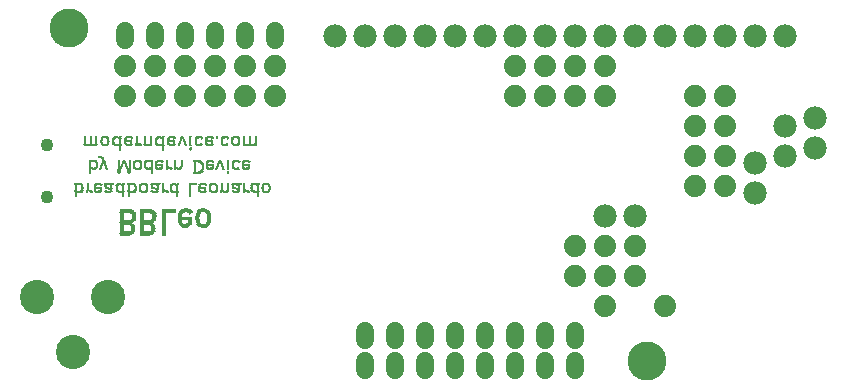
<source format=gbr>
G75*
G70*
%OFA0B0*%
%FSLAX24Y24*%
%IPPOS*%
%LPD*%
%AMOC8*
5,1,8,0,0,1.08239X$1,22.5*
%
%ADD10C,0.1300*%
%ADD11R,0.0087X0.0007*%
%ADD12R,0.0120X0.0007*%
%ADD13R,0.0147X0.0007*%
%ADD14R,0.0153X0.0007*%
%ADD15R,0.0160X0.0007*%
%ADD16R,0.0160X0.0007*%
%ADD17R,0.0167X0.0007*%
%ADD18R,0.0173X0.0007*%
%ADD19R,0.0033X0.0007*%
%ADD20R,0.0093X0.0007*%
%ADD21R,0.0080X0.0007*%
%ADD22R,0.0073X0.0007*%
%ADD23R,0.0080X0.0007*%
%ADD24R,0.0147X0.0007*%
%ADD25R,0.0100X0.0007*%
%ADD26R,0.0067X0.0007*%
%ADD27R,0.0100X0.0007*%
%ADD28R,0.0207X0.0007*%
%ADD29R,0.0140X0.0007*%
%ADD30R,0.0107X0.0007*%
%ADD31R,0.0180X0.0007*%
%ADD32R,0.0133X0.0007*%
%ADD33R,0.0140X0.0007*%
%ADD34R,0.0220X0.0007*%
%ADD35R,0.0167X0.0007*%
%ADD36R,0.0127X0.0007*%
%ADD37R,0.0207X0.0007*%
%ADD38R,0.0173X0.0007*%
%ADD39R,0.0233X0.0007*%
%ADD40R,0.0187X0.0007*%
%ADD41R,0.0193X0.0007*%
%ADD42R,0.0227X0.0007*%
%ADD43R,0.0193X0.0007*%
%ADD44R,0.0247X0.0007*%
%ADD45R,0.0213X0.0007*%
%ADD46R,0.0240X0.0007*%
%ADD47R,0.0213X0.0007*%
%ADD48R,0.0253X0.0007*%
%ADD49R,0.0267X0.0007*%
%ADD50R,0.0260X0.0007*%
%ADD51R,0.0227X0.0007*%
%ADD52R,0.0260X0.0007*%
%ADD53R,0.0273X0.0007*%
%ADD54R,0.0280X0.0007*%
%ADD55R,0.0127X0.0007*%
%ADD56R,0.0107X0.0007*%
%ADD57R,0.0287X0.0007*%
%ADD58R,0.0113X0.0007*%
%ADD59R,0.0087X0.0007*%
%ADD60R,0.0293X0.0007*%
%ADD61R,0.0060X0.0007*%
%ADD62R,0.0060X0.0007*%
%ADD63R,0.0040X0.0007*%
%ADD64R,0.0047X0.0007*%
%ADD65R,0.0040X0.0007*%
%ADD66R,0.0027X0.0007*%
%ADD67R,0.0013X0.0007*%
%ADD68R,0.0020X0.0007*%
%ADD69R,0.0067X0.0007*%
%ADD70R,0.0073X0.0007*%
%ADD71R,0.0287X0.0007*%
%ADD72R,0.0293X0.0007*%
%ADD73R,0.0007X0.0007*%
%ADD74R,0.0020X0.0007*%
%ADD75R,0.0053X0.0007*%
%ADD76R,0.0280X0.0007*%
%ADD77R,0.0267X0.0007*%
%ADD78R,0.0240X0.0007*%
%ADD79R,0.0273X0.0007*%
%ADD80R,0.0233X0.0007*%
%ADD81R,0.0253X0.0007*%
%ADD82R,0.0247X0.0007*%
%ADD83R,0.0200X0.0007*%
%ADD84R,0.0220X0.0007*%
%ADD85R,0.0187X0.0007*%
%ADD86R,0.0065X0.0005*%
%ADD87R,0.0030X0.0005*%
%ADD88R,0.0025X0.0005*%
%ADD89R,0.0070X0.0005*%
%ADD90R,0.0060X0.0005*%
%ADD91R,0.0175X0.0005*%
%ADD92R,0.0115X0.0005*%
%ADD93R,0.0090X0.0005*%
%ADD94R,0.0080X0.0005*%
%ADD95R,0.0170X0.0005*%
%ADD96R,0.0110X0.0005*%
%ADD97R,0.0085X0.0005*%
%ADD98R,0.0210X0.0005*%
%ADD99R,0.0145X0.0005*%
%ADD100R,0.0095X0.0005*%
%ADD101R,0.0105X0.0005*%
%ADD102R,0.0075X0.0005*%
%ADD103R,0.0135X0.0005*%
%ADD104R,0.0290X0.0005*%
%ADD105R,0.0140X0.0005*%
%ADD106R,0.0220X0.0005*%
%ADD107R,0.0165X0.0005*%
%ADD108R,0.0125X0.0005*%
%ADD109R,0.0225X0.0005*%
%ADD110R,0.0160X0.0005*%
%ADD111R,0.0130X0.0005*%
%ADD112R,0.0155X0.0005*%
%ADD113R,0.0230X0.0005*%
%ADD114R,0.0185X0.0005*%
%ADD115R,0.0150X0.0005*%
%ADD116R,0.0120X0.0005*%
%ADD117R,0.0235X0.0005*%
%ADD118R,0.0180X0.0005*%
%ADD119R,0.0240X0.0005*%
%ADD120R,0.0200X0.0005*%
%ADD121R,0.0195X0.0005*%
%ADD122R,0.0190X0.0005*%
%ADD123R,0.0245X0.0005*%
%ADD124R,0.0250X0.0005*%
%ADD125R,0.0205X0.0005*%
%ADD126R,0.0255X0.0005*%
%ADD127R,0.0215X0.0005*%
%ADD128R,0.0260X0.0005*%
%ADD129R,0.0320X0.0005*%
%ADD130R,0.0270X0.0005*%
%ADD131R,0.0315X0.0005*%
%ADD132R,0.0275X0.0005*%
%ADD133R,0.0100X0.0005*%
%ADD134R,0.0280X0.0005*%
%ADD135R,0.0050X0.0005*%
%ADD136R,0.0045X0.0005*%
%ADD137R,0.0035X0.0005*%
%ADD138R,0.0015X0.0005*%
%ADD139R,0.0005X0.0005*%
%ADD140R,0.0285X0.0005*%
%ADD141R,0.0010X0.0005*%
%ADD142R,0.0020X0.0005*%
%ADD143R,0.0040X0.0005*%
%ADD144R,0.0265X0.0005*%
%ADD145R,0.0055X0.0005*%
%ADD146R,0.0325X0.0005*%
%ADD147R,0.0485X0.0005*%
%ADD148R,0.0355X0.0005*%
%ADD149R,0.0370X0.0005*%
%ADD150R,0.0375X0.0005*%
%ADD151R,0.0385X0.0005*%
%ADD152R,0.0390X0.0005*%
%ADD153R,0.0400X0.0005*%
%ADD154R,0.0410X0.0005*%
%ADD155R,0.0415X0.0005*%
%ADD156R,0.0305X0.0005*%
%ADD157R,0.0300X0.0005*%
%ADD158R,0.0420X0.0005*%
%ADD159R,0.0425X0.0005*%
%ADD160R,0.0310X0.0005*%
%ADD161R,0.0430X0.0005*%
%ADD162R,0.0330X0.0005*%
%ADD163R,0.0440X0.0005*%
%ADD164R,0.0345X0.0005*%
%ADD165R,0.0335X0.0005*%
%ADD166R,0.0445X0.0005*%
%ADD167R,0.0450X0.0005*%
%ADD168R,0.0360X0.0005*%
%ADD169R,0.0455X0.0005*%
%ADD170R,0.0460X0.0005*%
%ADD171R,0.0465X0.0005*%
%ADD172R,0.0380X0.0005*%
%ADD173R,0.0470X0.0005*%
%ADD174R,0.0475X0.0005*%
%ADD175R,0.0480X0.0005*%
%ADD176R,0.0405X0.0005*%
%ADD177R,0.0395X0.0005*%
%ADD178R,0.0490X0.0005*%
%ADD179R,0.0495X0.0005*%
%ADD180R,0.0435X0.0005*%
%ADD181R,0.0500X0.0005*%
%ADD182R,0.0505X0.0005*%
%ADD183R,0.0510X0.0005*%
%ADD184R,0.0365X0.0005*%
%ADD185R,0.0340X0.0005*%
%ADD186R,0.0295X0.0005*%
%ADD187R,0.0350X0.0005*%
%ADD188C,0.0740*%
%ADD189C,0.0600*%
%ADD190C,0.0434*%
%ADD191C,0.0780*%
%ADD192C,0.1140*%
D10*
X004595Y013400D03*
X023850Y002300D03*
D11*
X010583Y008752D03*
X010583Y008758D03*
X010577Y008738D03*
X010403Y008732D03*
X010383Y008858D03*
X010397Y008898D03*
X010403Y008912D03*
X010223Y008718D03*
X010070Y008738D03*
X010063Y008745D03*
X010063Y008752D03*
X010050Y008778D03*
X010043Y008812D03*
X010043Y008818D03*
X010043Y008825D03*
X010043Y008832D03*
X010043Y008838D03*
X010050Y008872D03*
X010050Y008878D03*
X010063Y008905D03*
X009730Y008705D03*
X009737Y008685D03*
X009743Y008672D03*
X009890Y008578D03*
X009890Y008572D03*
X009890Y008565D03*
X009890Y008558D03*
X009503Y008685D03*
X009503Y008692D03*
X009510Y008705D03*
X009497Y008672D03*
X009377Y008745D03*
X009383Y008758D03*
X009383Y008765D03*
X009203Y008732D03*
X009183Y008872D03*
X009190Y008892D03*
X009197Y008898D03*
X009197Y008905D03*
X009037Y008832D03*
X009043Y008812D03*
X009043Y008805D03*
X009043Y008798D03*
X009043Y008792D03*
X009050Y008778D03*
X009050Y008772D03*
X009050Y008765D03*
X009050Y008758D03*
X009050Y008752D03*
X009050Y008745D03*
X009050Y008738D03*
X009050Y008732D03*
X009050Y008725D03*
X009050Y008718D03*
X009043Y008705D03*
X009043Y008698D03*
X009043Y008692D03*
X009037Y008672D03*
X008777Y008672D03*
X008777Y008678D03*
X008777Y008685D03*
X008777Y008692D03*
X008777Y008698D03*
X008777Y008705D03*
X008777Y008712D03*
X008777Y008718D03*
X008777Y008725D03*
X008777Y008732D03*
X008777Y008738D03*
X008777Y008745D03*
X008777Y008752D03*
X008777Y008758D03*
X008777Y008765D03*
X008777Y008772D03*
X008777Y008778D03*
X008777Y008785D03*
X008777Y008792D03*
X008777Y008798D03*
X008777Y008805D03*
X008777Y008812D03*
X008777Y008818D03*
X008777Y008825D03*
X008777Y008832D03*
X008777Y008838D03*
X008777Y008845D03*
X008777Y008852D03*
X008777Y008858D03*
X008777Y008865D03*
X008777Y008872D03*
X008777Y008878D03*
X008777Y008885D03*
X008777Y008892D03*
X008777Y008898D03*
X008777Y008905D03*
X008777Y008912D03*
X008777Y008918D03*
X008330Y008745D03*
X008330Y008738D03*
X008323Y008732D03*
X007877Y008758D03*
X007877Y008765D03*
X007697Y008792D03*
X007683Y008738D03*
X007510Y008732D03*
X007497Y008878D03*
X007497Y008885D03*
X007343Y008912D03*
X007137Y008898D03*
X007130Y008892D03*
X007130Y008885D03*
X007130Y008765D03*
X007137Y008758D03*
X007137Y008752D03*
X007143Y008745D03*
X006983Y008758D03*
X006977Y008745D03*
X006983Y008885D03*
X006983Y008892D03*
X006977Y008898D03*
X006977Y008905D03*
X006783Y008918D03*
X006777Y008912D03*
X006777Y008905D03*
X006770Y008898D03*
X006770Y008892D03*
X006763Y008885D03*
X006763Y008878D03*
X006757Y008852D03*
X006757Y008845D03*
X006757Y008838D03*
X006757Y008832D03*
X006757Y008825D03*
X006757Y008818D03*
X006757Y008812D03*
X006757Y008805D03*
X006757Y008798D03*
X006763Y008772D03*
X006770Y008758D03*
X006770Y008752D03*
X006777Y008745D03*
X006603Y008538D03*
X006603Y008532D03*
X006243Y008532D03*
X006243Y008538D03*
X005850Y008672D03*
X005850Y008678D03*
X005843Y008698D03*
X005630Y008685D03*
X005630Y008678D03*
X005623Y008672D03*
X005517Y008758D03*
X005517Y008765D03*
X005517Y008772D03*
X005510Y008752D03*
X005517Y008878D03*
X005517Y008885D03*
X005510Y008898D03*
X005503Y008912D03*
X005497Y008918D03*
X005637Y009112D03*
X005703Y009052D03*
X005743Y008952D03*
X005303Y008732D03*
X006430Y008965D03*
X008777Y008665D03*
X008777Y008658D03*
X008777Y008652D03*
X008777Y008645D03*
X008777Y008638D03*
X008777Y008632D03*
X008777Y008625D03*
X008777Y008618D03*
X008777Y008612D03*
X008777Y008605D03*
X008777Y008598D03*
X008777Y008592D03*
X008777Y008585D03*
D12*
X008980Y008598D03*
X008987Y008905D03*
X009620Y008918D03*
X009620Y008925D03*
X010173Y008672D03*
X006940Y008938D03*
X006813Y008938D03*
X006427Y008925D03*
X006427Y008918D03*
X006427Y008912D03*
X006587Y008638D03*
X006587Y008632D03*
X006587Y008625D03*
X006260Y008625D03*
X006260Y008632D03*
X006260Y008618D03*
X005747Y008912D03*
X005633Y009105D03*
D13*
X005633Y009098D03*
X006273Y008705D03*
X006273Y008698D03*
X006273Y008692D03*
X006573Y008698D03*
X006573Y008705D03*
X007313Y008932D03*
X010493Y008678D03*
D14*
X008257Y008685D03*
X007217Y008965D03*
X006877Y008678D03*
X005637Y009092D03*
D15*
X005640Y009085D03*
X005427Y008685D03*
X010173Y008678D03*
X010167Y008972D03*
D16*
X005647Y009078D03*
D17*
X005650Y009072D03*
X007217Y008958D03*
D18*
X005653Y009065D03*
X010500Y008972D03*
X010493Y008685D03*
D19*
X009890Y008532D03*
X009390Y008905D03*
X008257Y008665D03*
X005590Y009058D03*
D20*
X005693Y009058D03*
X005747Y008945D03*
X005487Y008932D03*
X005307Y008938D03*
X005500Y008738D03*
X005507Y008745D03*
X006247Y008558D03*
X006247Y008552D03*
X006247Y008545D03*
X006600Y008545D03*
X006600Y008552D03*
X006600Y008558D03*
X006780Y008738D03*
X006787Y008732D03*
X006960Y008725D03*
X006967Y008732D03*
X007147Y008738D03*
X007140Y008905D03*
X007140Y008912D03*
X007147Y008918D03*
X006967Y008918D03*
X006960Y008925D03*
X006953Y008932D03*
X006787Y008925D03*
X006427Y008952D03*
X006427Y008958D03*
X007340Y008918D03*
X007507Y008905D03*
X007513Y008912D03*
X007513Y008918D03*
X007520Y008725D03*
X007680Y008732D03*
X007987Y008692D03*
X008133Y008732D03*
X008260Y008672D03*
X009020Y008638D03*
X009027Y008645D03*
X009027Y008652D03*
X009033Y008658D03*
X009033Y008665D03*
X009040Y008678D03*
X009040Y008685D03*
X009047Y008712D03*
X009047Y008785D03*
X009040Y008818D03*
X009040Y008825D03*
X009033Y008838D03*
X009033Y008845D03*
X009027Y008852D03*
X009027Y008858D03*
X009020Y008865D03*
X009200Y008912D03*
X009207Y008918D03*
X009213Y008925D03*
X009213Y008725D03*
X009367Y008732D03*
X009373Y008738D03*
X009620Y008952D03*
X009620Y008958D03*
X010067Y008912D03*
X010073Y008918D03*
X010073Y008732D03*
X010413Y008725D03*
X010573Y008732D03*
X010400Y008905D03*
X010407Y008918D03*
D21*
X009893Y008585D03*
X009740Y008678D03*
X009707Y008765D03*
X009540Y008785D03*
X009507Y008698D03*
X009380Y008752D03*
X009187Y008758D03*
X009187Y008765D03*
X009187Y008878D03*
X009187Y008885D03*
X008340Y008885D03*
X008340Y008892D03*
X008340Y008898D03*
X008340Y008905D03*
X008340Y008912D03*
X008340Y008918D03*
X008340Y008925D03*
X008340Y008932D03*
X008340Y008938D03*
X008340Y008945D03*
X008340Y008952D03*
X008340Y008958D03*
X008340Y008965D03*
X008340Y008972D03*
X008340Y008978D03*
X008340Y008878D03*
X008340Y008872D03*
X008340Y008865D03*
X008340Y008858D03*
X008340Y008852D03*
X008340Y008845D03*
X008340Y008838D03*
X008340Y008832D03*
X008340Y008825D03*
X008340Y008818D03*
X008340Y008812D03*
X008340Y008805D03*
X008340Y008798D03*
X008340Y008792D03*
X008340Y008785D03*
X008340Y008778D03*
X008333Y008765D03*
X008333Y008758D03*
X008333Y008752D03*
X007873Y008772D03*
X007867Y008712D03*
X007340Y008732D03*
X007340Y008738D03*
X007340Y008745D03*
X007340Y008752D03*
X007340Y008758D03*
X007340Y008765D03*
X007340Y008772D03*
X007340Y008778D03*
X007340Y008785D03*
X007340Y008792D03*
X007340Y008798D03*
X007340Y008805D03*
X007340Y008812D03*
X007340Y008818D03*
X007340Y008825D03*
X007340Y008832D03*
X007340Y008838D03*
X007340Y008845D03*
X007340Y008852D03*
X007340Y008858D03*
X007340Y008865D03*
X007340Y008872D03*
X007340Y008878D03*
X007340Y008885D03*
X007340Y008892D03*
X007340Y008898D03*
X007340Y008905D03*
X007353Y008958D03*
X007353Y008965D03*
X007340Y008672D03*
X007340Y008665D03*
X007340Y008658D03*
X007340Y008652D03*
X007340Y008645D03*
X007340Y008638D03*
X007340Y008632D03*
X007340Y008625D03*
X007340Y008618D03*
X007340Y008612D03*
X007340Y008605D03*
X007340Y008598D03*
X007340Y008592D03*
X007340Y008585D03*
X007340Y008578D03*
X007340Y008572D03*
X007340Y008565D03*
X007340Y008558D03*
X007340Y008552D03*
X007340Y008545D03*
X007340Y008538D03*
X007340Y008532D03*
X006767Y008765D03*
X006760Y008778D03*
X006760Y008785D03*
X006760Y008792D03*
X006760Y008858D03*
X006760Y008865D03*
X006760Y008872D03*
X006607Y008872D03*
X006607Y008878D03*
X006607Y008885D03*
X006607Y008892D03*
X006607Y008898D03*
X006607Y008905D03*
X006607Y008912D03*
X006607Y008918D03*
X006607Y008925D03*
X006607Y008932D03*
X006607Y008938D03*
X006607Y008945D03*
X006607Y008952D03*
X006607Y008958D03*
X006607Y008965D03*
X006607Y008972D03*
X006607Y008978D03*
X006607Y008865D03*
X006607Y008858D03*
X006607Y008852D03*
X006607Y008845D03*
X006607Y008838D03*
X006607Y008832D03*
X006607Y008825D03*
X006607Y008818D03*
X006607Y008812D03*
X006607Y008805D03*
X006607Y008798D03*
X006607Y008792D03*
X006607Y008785D03*
X006607Y008778D03*
X006607Y008772D03*
X006607Y008765D03*
X006607Y008758D03*
X006607Y008752D03*
X006607Y008745D03*
X006607Y008738D03*
X006607Y008732D03*
X006607Y008725D03*
X006607Y008718D03*
X006607Y008712D03*
X006240Y008712D03*
X006240Y008718D03*
X006240Y008725D03*
X006240Y008732D03*
X006240Y008738D03*
X006240Y008745D03*
X006240Y008752D03*
X006240Y008758D03*
X006240Y008765D03*
X006240Y008772D03*
X006240Y008778D03*
X006240Y008785D03*
X006240Y008792D03*
X006240Y008798D03*
X006240Y008805D03*
X006240Y008812D03*
X006240Y008818D03*
X006240Y008825D03*
X006240Y008832D03*
X006240Y008838D03*
X006240Y008845D03*
X006240Y008852D03*
X006240Y008858D03*
X006240Y008865D03*
X006240Y008872D03*
X006240Y008878D03*
X006240Y008885D03*
X006240Y008892D03*
X006240Y008898D03*
X006240Y008905D03*
X006240Y008912D03*
X006240Y008918D03*
X006240Y008925D03*
X006240Y008932D03*
X006240Y008938D03*
X006240Y008945D03*
X006240Y008952D03*
X006240Y008958D03*
X006240Y008965D03*
X006240Y008972D03*
X006240Y008978D03*
X005740Y008978D03*
X005733Y008998D03*
X005720Y009025D03*
X005713Y009038D03*
X005707Y009045D03*
X005507Y008905D03*
X005660Y008765D03*
X005647Y008732D03*
X005647Y008725D03*
X005640Y008718D03*
X005640Y008712D03*
X005640Y008705D03*
D22*
X005650Y008738D03*
X005657Y008752D03*
X005657Y008758D03*
X005663Y008772D03*
X005663Y008778D03*
X005677Y008805D03*
X005677Y008812D03*
X005683Y008825D03*
X005790Y008858D03*
X005797Y008838D03*
X005797Y008832D03*
X005803Y008818D03*
X005803Y008812D03*
X005810Y008805D03*
X005810Y008798D03*
X005810Y008792D03*
X005817Y008778D03*
X005817Y008772D03*
X005823Y008758D03*
X005830Y008738D03*
X005743Y008965D03*
X005743Y008972D03*
X005737Y008985D03*
X005737Y008992D03*
X005730Y009005D03*
X005723Y009018D03*
X005717Y009032D03*
X005297Y008932D03*
X005297Y008925D03*
X005297Y008918D03*
X005297Y008912D03*
X005297Y008905D03*
X005297Y008898D03*
X005297Y008892D03*
X005297Y008885D03*
X005297Y008878D03*
X005297Y008872D03*
X005297Y008865D03*
X005297Y008858D03*
X005297Y008852D03*
X005297Y008845D03*
X005297Y008838D03*
X005297Y008832D03*
X005297Y008825D03*
X005297Y008818D03*
X005297Y008812D03*
X005297Y008805D03*
X005297Y008798D03*
X005297Y008792D03*
X005297Y008785D03*
X005297Y008778D03*
X005297Y008772D03*
X005297Y008765D03*
X005297Y008758D03*
X005297Y008752D03*
X005297Y008745D03*
X005297Y008738D03*
X005297Y008685D03*
X005297Y008678D03*
X005297Y008672D03*
X005297Y008665D03*
X005297Y008658D03*
X005297Y008652D03*
X005297Y008645D03*
X005297Y008638D03*
X005297Y008632D03*
X005297Y008625D03*
X005297Y008618D03*
X005297Y008612D03*
X005297Y008605D03*
X005297Y008598D03*
X005297Y008592D03*
X005297Y008585D03*
X005297Y008578D03*
X005297Y008572D03*
X005297Y008565D03*
X005297Y008558D03*
X005297Y008552D03*
X005297Y008545D03*
X005297Y008538D03*
X005297Y008532D03*
X006430Y008978D03*
X007363Y008978D03*
X007497Y008758D03*
X007863Y008705D03*
X007863Y008698D03*
X007863Y008692D03*
X007863Y008685D03*
X007863Y008678D03*
X007863Y008672D03*
X007870Y008718D03*
X007870Y008778D03*
X007870Y008785D03*
X007870Y008792D03*
X007870Y008798D03*
X007870Y008805D03*
X007870Y008812D03*
X007870Y008818D03*
X007870Y008825D03*
X007870Y008832D03*
X007870Y008838D03*
X007870Y008845D03*
X007870Y008852D03*
X007870Y008858D03*
X007870Y008865D03*
X007870Y008872D03*
X007870Y008878D03*
X007870Y008885D03*
X007870Y008892D03*
X007870Y008898D03*
X007870Y008905D03*
X007870Y008912D03*
X007870Y008918D03*
X007870Y008925D03*
X007870Y008932D03*
X007870Y008938D03*
X007870Y008945D03*
X007870Y008952D03*
X007870Y008958D03*
X007870Y008965D03*
X007870Y008972D03*
X007870Y008978D03*
X008123Y008978D03*
X008123Y008972D03*
X008123Y008965D03*
X008123Y008958D03*
X008123Y008952D03*
X008123Y008945D03*
X008123Y008938D03*
X008123Y008932D03*
X008123Y008925D03*
X008123Y008918D03*
X008123Y008912D03*
X008123Y008905D03*
X008123Y008898D03*
X008123Y008892D03*
X008123Y008885D03*
X008123Y008878D03*
X008123Y008872D03*
X008123Y008865D03*
X008123Y008858D03*
X008123Y008852D03*
X008123Y008845D03*
X008123Y008838D03*
X008123Y008832D03*
X008123Y008825D03*
X008123Y008818D03*
X008123Y008812D03*
X008123Y008805D03*
X008123Y008798D03*
X008123Y008792D03*
X008123Y008785D03*
X008123Y008778D03*
X008123Y008772D03*
X008123Y008765D03*
X008123Y008758D03*
X008123Y008752D03*
X008123Y008745D03*
X008117Y008678D03*
X008117Y008672D03*
X008003Y008672D03*
X009183Y008772D03*
X009190Y008752D03*
X009390Y008925D03*
X009570Y008865D03*
X009563Y008845D03*
X009557Y008832D03*
X009557Y008825D03*
X009550Y008818D03*
X009550Y008812D03*
X009550Y008805D03*
X009543Y008798D03*
X009543Y008792D03*
X009537Y008778D03*
X009537Y008772D03*
X009530Y008758D03*
X009690Y008805D03*
X009690Y008812D03*
X009690Y008818D03*
X009683Y008825D03*
X009683Y008832D03*
X009677Y008845D03*
X009670Y008865D03*
X009697Y008798D03*
X009697Y008792D03*
X009703Y008778D03*
X009703Y008772D03*
X009710Y008758D03*
X009890Y008758D03*
X009890Y008752D03*
X009890Y008745D03*
X009890Y008738D03*
X009890Y008732D03*
X009890Y008725D03*
X009890Y008718D03*
X009890Y008712D03*
X009890Y008705D03*
X009890Y008698D03*
X009890Y008692D03*
X009890Y008685D03*
X009890Y008678D03*
X009890Y008672D03*
X009890Y008592D03*
X009890Y008552D03*
X009890Y008765D03*
X009890Y008772D03*
X009890Y008778D03*
X009890Y008785D03*
X009890Y008792D03*
X009890Y008798D03*
X009890Y008805D03*
X009890Y008812D03*
X009890Y008818D03*
X009890Y008825D03*
X009890Y008832D03*
X009890Y008838D03*
X009890Y008845D03*
X009890Y008852D03*
X009890Y008858D03*
X009890Y008865D03*
X009890Y008872D03*
X009890Y008878D03*
X009890Y008885D03*
X009890Y008892D03*
X009890Y008898D03*
X009890Y008905D03*
X009890Y008912D03*
X009890Y008918D03*
X009890Y008925D03*
X009890Y008932D03*
X009890Y008938D03*
X009890Y008945D03*
X009890Y008952D03*
X009890Y008958D03*
X009890Y008965D03*
X009890Y008972D03*
X009890Y008978D03*
X009623Y008978D03*
X010390Y008758D03*
D23*
X010393Y008752D03*
X010393Y008745D03*
X010400Y008738D03*
X010387Y008765D03*
X010387Y008772D03*
X010387Y008778D03*
X010387Y008785D03*
X010380Y008792D03*
X010380Y008845D03*
X010380Y008852D03*
X010387Y008865D03*
X010387Y008872D03*
X010387Y008878D03*
X010393Y008892D03*
X010247Y008925D03*
X010053Y008885D03*
X010047Y008865D03*
X010047Y008858D03*
X010047Y008852D03*
X010047Y008845D03*
X010047Y008805D03*
X010047Y008798D03*
X010047Y008792D03*
X010047Y008785D03*
X010053Y008772D03*
X010053Y008765D03*
X009733Y008698D03*
X009733Y008692D03*
X009727Y008712D03*
X009727Y008718D03*
X009720Y008725D03*
X009720Y008732D03*
X009720Y008738D03*
X009713Y008745D03*
X009713Y008752D03*
X009700Y008785D03*
X009533Y008765D03*
X009527Y008752D03*
X009527Y008745D03*
X009520Y008738D03*
X009520Y008732D03*
X009520Y008725D03*
X009513Y008718D03*
X009513Y008712D03*
X009500Y008678D03*
X009387Y008772D03*
X009387Y008778D03*
X009387Y008785D03*
X009387Y008792D03*
X009200Y008738D03*
X009193Y008745D03*
X009180Y008778D03*
X009180Y008785D03*
X009180Y008792D03*
X009180Y008845D03*
X009180Y008852D03*
X009180Y008858D03*
X009180Y008865D03*
X009620Y008965D03*
X009620Y008972D03*
X010593Y008925D03*
X010587Y008792D03*
X010587Y008785D03*
X010587Y008778D03*
X010587Y008772D03*
X010587Y008765D03*
X010580Y008745D03*
X008127Y008738D03*
X008120Y008692D03*
X008120Y008685D03*
X008000Y008678D03*
X007693Y008758D03*
X007693Y008765D03*
X007693Y008772D03*
X007693Y008778D03*
X007693Y008785D03*
X007687Y008745D03*
X007507Y008738D03*
X007500Y008745D03*
X007500Y008752D03*
X007493Y008765D03*
X007493Y008772D03*
X007493Y008778D03*
X007493Y008785D03*
X007487Y008792D03*
X007487Y008845D03*
X007493Y008865D03*
X007493Y008872D03*
X007500Y008892D03*
X007360Y008972D03*
X007127Y008878D03*
X007120Y008858D03*
X007120Y008852D03*
X007120Y008845D03*
X007120Y008838D03*
X007120Y008832D03*
X007120Y008825D03*
X007120Y008818D03*
X007120Y008812D03*
X007120Y008805D03*
X007120Y008798D03*
X007120Y008792D03*
X007127Y008778D03*
X007127Y008772D03*
X006993Y008792D03*
X006993Y008798D03*
X006993Y008805D03*
X006993Y008812D03*
X006993Y008818D03*
X006993Y008825D03*
X006993Y008832D03*
X006993Y008838D03*
X006993Y008845D03*
X006987Y008878D03*
X006987Y008778D03*
X006987Y008772D03*
X006987Y008765D03*
X006980Y008752D03*
X006427Y008972D03*
X005827Y008752D03*
X005827Y008745D03*
X005833Y008732D03*
X005833Y008725D03*
X005833Y008718D03*
X005840Y008712D03*
X005840Y008705D03*
X005847Y008692D03*
X005847Y008685D03*
X005820Y008765D03*
X005813Y008785D03*
X005653Y008745D03*
X005633Y008698D03*
X005633Y008692D03*
X005520Y008778D03*
X005520Y008785D03*
X005527Y008812D03*
X005527Y008818D03*
X005527Y008825D03*
X005527Y008832D03*
X005520Y008865D03*
X005520Y008872D03*
X005513Y008892D03*
X005747Y008958D03*
X005727Y009012D03*
X007700Y008925D03*
D24*
X007600Y008678D03*
X005367Y008985D03*
D25*
X005477Y008938D03*
X005497Y008732D03*
X006250Y008578D03*
X006250Y008572D03*
X006250Y008565D03*
X006430Y008945D03*
X006877Y008985D03*
X007157Y008925D03*
X007157Y008732D03*
X007523Y008925D03*
X007610Y008985D03*
X007670Y008725D03*
X007883Y008752D03*
X007983Y008698D03*
X009010Y008625D03*
X009017Y008632D03*
X009017Y008872D03*
X009010Y008878D03*
X009297Y008985D03*
X009363Y008725D03*
X009623Y008945D03*
X010083Y008925D03*
X010083Y008725D03*
D26*
X010247Y008918D03*
X010167Y008985D03*
X010593Y008918D03*
X009893Y008545D03*
X009680Y008838D03*
X009673Y008852D03*
X009673Y008858D03*
X009667Y008872D03*
X009667Y008878D03*
X009660Y008885D03*
X009660Y008892D03*
X009660Y008898D03*
X009573Y008878D03*
X009573Y008872D03*
X009567Y008858D03*
X009567Y008852D03*
X009560Y008838D03*
X007220Y008985D03*
X006520Y008738D03*
X006527Y008718D03*
X006480Y008852D03*
X006387Y008892D03*
X006367Y008838D03*
X006360Y008818D03*
X006353Y008805D03*
X006347Y008785D03*
X006340Y008772D03*
X006340Y008765D03*
X006333Y008752D03*
X006333Y008745D03*
X006327Y008732D03*
X006320Y008718D03*
X006320Y008712D03*
X005800Y008825D03*
X005793Y008845D03*
X005793Y008852D03*
X005787Y008865D03*
X005787Y008872D03*
X005780Y008878D03*
X005780Y008885D03*
X005780Y008892D03*
X005707Y008892D03*
X005707Y008885D03*
X005700Y008872D03*
X005700Y008865D03*
X005693Y008858D03*
X005693Y008852D03*
X005687Y008838D03*
X005687Y008832D03*
X005680Y008818D03*
D27*
X005743Y008932D03*
X005743Y008938D03*
X006597Y008578D03*
X006597Y008572D03*
X006597Y008565D03*
X006790Y008725D03*
X006797Y008932D03*
X007330Y008725D03*
X008317Y008725D03*
X009383Y008932D03*
X010417Y008925D03*
X010503Y008985D03*
X010563Y008725D03*
D28*
X010170Y008692D03*
X010163Y008958D03*
X009290Y008698D03*
X006877Y008958D03*
X005363Y008978D03*
D29*
X006270Y008685D03*
X006270Y008678D03*
X006270Y008672D03*
X006577Y008678D03*
X006577Y008685D03*
X006577Y008692D03*
X006877Y008978D03*
X007610Y008978D03*
X007903Y008732D03*
X008970Y008592D03*
X009290Y008678D03*
X009297Y008978D03*
X008963Y008918D03*
D30*
X009007Y008885D03*
X009220Y008932D03*
X009620Y008932D03*
X009620Y008938D03*
X010240Y008932D03*
X010427Y008932D03*
X010587Y008932D03*
X010493Y008672D03*
X009007Y008618D03*
X007973Y008712D03*
X007887Y008745D03*
X007600Y008672D03*
X007233Y008672D03*
X007167Y008725D03*
X007220Y008978D03*
X007333Y008925D03*
X006800Y008718D03*
X006593Y008598D03*
X006593Y008592D03*
X006593Y008585D03*
X006253Y008585D03*
X006253Y008592D03*
X006427Y008932D03*
X006427Y008938D03*
X005487Y008725D03*
X005427Y008672D03*
D31*
X006877Y008685D03*
X008823Y008978D03*
X008943Y008585D03*
D32*
X009620Y008905D03*
X009620Y008912D03*
X010167Y008978D03*
X006580Y008672D03*
X006580Y008665D03*
X006580Y008658D03*
X006267Y008658D03*
X006267Y008665D03*
X005427Y008678D03*
D33*
X010503Y008978D03*
D34*
X010490Y008705D03*
X010163Y008952D03*
X009290Y008705D03*
X006877Y008698D03*
X006877Y008952D03*
X005370Y008972D03*
D35*
X006877Y008972D03*
X007610Y008972D03*
X008257Y008692D03*
X009290Y008685D03*
D36*
X008977Y008912D03*
X007217Y008972D03*
X006583Y008652D03*
X006583Y008645D03*
X006263Y008645D03*
X006263Y008652D03*
X006263Y008638D03*
X005743Y008898D03*
X005743Y008905D03*
D37*
X008837Y008972D03*
D38*
X009300Y008972D03*
X007600Y008685D03*
D39*
X007610Y008952D03*
X005377Y008965D03*
X010163Y008945D03*
D40*
X010167Y008965D03*
X010173Y008685D03*
X007600Y008692D03*
X006873Y008965D03*
D41*
X007610Y008965D03*
X009290Y008692D03*
D42*
X008847Y008965D03*
X007267Y008685D03*
X010500Y008952D03*
D43*
X010503Y008965D03*
X009297Y008965D03*
X007930Y008725D03*
X006877Y008692D03*
D44*
X006877Y008712D03*
X007610Y008945D03*
X005383Y008958D03*
X010163Y008938D03*
X010503Y008945D03*
D45*
X010500Y008958D03*
X008840Y008538D03*
X007607Y008958D03*
X007273Y008678D03*
D46*
X006873Y008945D03*
X008853Y008958D03*
X009300Y008945D03*
X009287Y008718D03*
X010493Y008718D03*
D47*
X009300Y008958D03*
X007600Y008705D03*
D48*
X009300Y008938D03*
X005387Y008952D03*
X005387Y008692D03*
D49*
X005393Y008705D03*
X007253Y008945D03*
X007260Y008952D03*
X008220Y008705D03*
X008867Y008945D03*
D50*
X008863Y008952D03*
X008863Y008558D03*
X008217Y008698D03*
X007250Y008712D03*
X010503Y008938D03*
D51*
X010493Y008712D03*
X010167Y008705D03*
X010160Y008712D03*
X009287Y008712D03*
X009300Y008952D03*
X007600Y008712D03*
D52*
X007610Y008938D03*
X005390Y008945D03*
X005390Y008698D03*
D53*
X007250Y008938D03*
X008870Y008565D03*
D54*
X008873Y008572D03*
X008873Y008938D03*
D55*
X008257Y008678D03*
X007170Y008932D03*
D56*
X006947Y008718D03*
X007533Y008932D03*
X007693Y008932D03*
X007980Y008705D03*
X009000Y008612D03*
X009000Y008892D03*
X005313Y008725D03*
D57*
X008877Y008578D03*
X009283Y008798D03*
X009283Y008805D03*
X009283Y008812D03*
X009283Y008818D03*
X009283Y008825D03*
X009283Y008832D03*
X009283Y008838D03*
X008877Y008932D03*
X010483Y008838D03*
X010483Y008832D03*
X010483Y008825D03*
X010483Y008818D03*
X010483Y008812D03*
X010483Y008805D03*
X010483Y008798D03*
D58*
X010097Y008718D03*
X010090Y008932D03*
X009290Y008672D03*
X008990Y008605D03*
X008997Y008898D03*
X008143Y008725D03*
X007970Y008718D03*
X007890Y008738D03*
X006877Y008672D03*
X006590Y008618D03*
X006590Y008612D03*
X006590Y008605D03*
X006257Y008605D03*
X006257Y008612D03*
X006257Y008598D03*
X005743Y008918D03*
X005743Y008925D03*
D59*
X005523Y008858D03*
X005523Y008852D03*
X005523Y008845D03*
X005523Y008838D03*
X005523Y008805D03*
X005523Y008798D03*
X005523Y008792D03*
X005490Y008925D03*
X006970Y008912D03*
X006990Y008872D03*
X006990Y008865D03*
X006990Y008858D03*
X006990Y008852D03*
X006990Y008785D03*
X006970Y008738D03*
X007123Y008785D03*
X007123Y008865D03*
X007123Y008872D03*
X007490Y008858D03*
X007490Y008852D03*
X007503Y008898D03*
X007690Y008752D03*
X007990Y008685D03*
X010057Y008758D03*
X010057Y008892D03*
X010057Y008898D03*
X010390Y008885D03*
D60*
X008880Y008925D03*
D61*
X009583Y008898D03*
X009890Y008598D03*
X009890Y008538D03*
X007703Y008918D03*
X006523Y008732D03*
X006523Y008725D03*
X006517Y008745D03*
X006517Y008752D03*
X006510Y008765D03*
X006510Y008772D03*
X006503Y008778D03*
X006503Y008785D03*
X006503Y008792D03*
X006490Y008818D03*
X006490Y008825D03*
X006490Y008832D03*
X006470Y008872D03*
X006470Y008878D03*
X006470Y008885D03*
X006390Y008898D03*
X006390Y008905D03*
X006377Y008872D03*
X006377Y008865D03*
X006377Y008858D03*
X006370Y008852D03*
X006370Y008845D03*
X006357Y008812D03*
X006337Y008758D03*
X006323Y008725D03*
D62*
X006330Y008738D03*
X006343Y008778D03*
X006350Y008792D03*
X006350Y008798D03*
X006363Y008825D03*
X006363Y008832D03*
X006383Y008878D03*
X006383Y008885D03*
X006463Y008892D03*
X006463Y008898D03*
X006463Y008905D03*
X006477Y008865D03*
X006477Y008858D03*
X006483Y008845D03*
X006483Y008838D03*
X006497Y008812D03*
X006497Y008805D03*
X006497Y008798D03*
X006530Y008712D03*
X005703Y008878D03*
X009390Y008918D03*
D63*
X007700Y008912D03*
D64*
X007597Y008665D03*
X007237Y008665D03*
X005430Y008665D03*
X009290Y008665D03*
X009390Y008912D03*
X009890Y008605D03*
X010250Y008912D03*
X010490Y008665D03*
D65*
X010233Y008732D03*
X010593Y008912D03*
D66*
X010593Y008905D03*
X010247Y008905D03*
X008013Y008732D03*
X008007Y008665D03*
X007700Y008905D03*
D67*
X007700Y008898D03*
X010593Y008898D03*
D68*
X010243Y008898D03*
X009390Y008898D03*
D69*
X009580Y008892D03*
X009580Y008885D03*
X006513Y008758D03*
D70*
X005690Y008845D03*
X005670Y008798D03*
X005670Y008792D03*
X005670Y008785D03*
X008337Y008772D03*
D71*
X007590Y008805D03*
X007590Y008812D03*
X007590Y008818D03*
X007590Y008825D03*
X007590Y008832D03*
X007590Y008838D03*
D72*
X007593Y008798D03*
D73*
X009890Y008612D03*
X010237Y008745D03*
D74*
X010237Y008738D03*
D75*
X010233Y008725D03*
X010173Y008665D03*
X006880Y008665D03*
D76*
X005400Y008718D03*
D77*
X007247Y008718D03*
D78*
X007600Y008718D03*
D79*
X008223Y008718D03*
X008223Y008712D03*
X005397Y008712D03*
D80*
X006877Y008705D03*
X007263Y008692D03*
X008850Y008545D03*
D81*
X007253Y008705D03*
D82*
X007257Y008698D03*
X008857Y008552D03*
D83*
X007600Y008698D03*
X010493Y008698D03*
D84*
X010170Y008698D03*
D85*
X010493Y008692D03*
X008827Y008532D03*
D86*
X008640Y009335D03*
X008640Y009390D03*
X008420Y009650D03*
X008415Y009665D03*
X008410Y009675D03*
X008410Y009680D03*
X008405Y009690D03*
X008405Y009695D03*
X008330Y009695D03*
X008330Y009690D03*
X008330Y009685D03*
X008325Y009680D03*
X008325Y009675D03*
X008320Y009665D03*
X008320Y009660D03*
X008315Y009650D03*
X008370Y009775D03*
X008015Y009780D03*
X008995Y009515D03*
X009280Y009780D03*
X009880Y009710D03*
X009860Y009515D03*
X010425Y009460D03*
X011160Y008220D03*
X010430Y007905D03*
X010060Y007960D03*
X007075Y008220D03*
X005560Y008220D03*
X004905Y008220D03*
X006840Y009460D03*
X006585Y009780D03*
X006310Y009775D03*
X005790Y009780D03*
D87*
X006168Y009780D03*
X007598Y009780D03*
X009878Y009695D03*
X010058Y007975D03*
X007398Y008220D03*
X007353Y007975D03*
X005858Y008220D03*
D88*
X006025Y008220D03*
X006275Y008220D03*
X005815Y007975D03*
X005655Y008135D03*
X007560Y008220D03*
X008080Y008220D03*
X009140Y008135D03*
X010100Y008220D03*
X010265Y008220D03*
X010775Y008220D03*
X009865Y009530D03*
X009370Y009695D03*
X009010Y009695D03*
X009000Y009530D03*
X008105Y009695D03*
X006675Y009695D03*
X008635Y007190D03*
D89*
X008638Y007215D03*
X007868Y007905D03*
X007728Y007905D03*
X007728Y007910D03*
X007728Y007915D03*
X007728Y007920D03*
X007568Y008215D03*
X006678Y008220D03*
X006028Y008215D03*
X005653Y008155D03*
X005203Y007925D03*
X005203Y007920D03*
X005203Y007915D03*
X005203Y007910D03*
X005203Y007905D03*
X005118Y009465D03*
X005118Y009470D03*
X005118Y009475D03*
X006838Y009470D03*
X006838Y009465D03*
X006843Y009500D03*
X006843Y009505D03*
X007108Y009460D03*
X007743Y009775D03*
X008108Y009715D03*
X008308Y009635D03*
X008308Y009630D03*
X008308Y009625D03*
X008303Y009620D03*
X008303Y009615D03*
X008298Y009605D03*
X008293Y009590D03*
X008313Y009640D03*
X008313Y009645D03*
X008318Y009655D03*
X008323Y009670D03*
X008408Y009685D03*
X008413Y009670D03*
X008418Y009660D03*
X008418Y009655D03*
X008423Y009645D03*
X008423Y009640D03*
X008428Y009635D03*
X008428Y009630D03*
X008433Y009620D03*
X008433Y009615D03*
X008438Y009605D03*
X008443Y009590D03*
X008368Y009770D03*
X009528Y009760D03*
X009528Y009715D03*
X010148Y009780D03*
X010428Y009480D03*
X010428Y009475D03*
X010428Y009470D03*
X010428Y009465D03*
X010273Y008215D03*
X010433Y007935D03*
X010433Y007930D03*
X010433Y007925D03*
X010433Y007920D03*
X010433Y007915D03*
X010433Y007910D03*
X009808Y007900D03*
X009668Y007905D03*
X009408Y008220D03*
D90*
X009143Y008150D03*
X009048Y008220D03*
X007873Y007900D03*
X007358Y007960D03*
X008638Y007210D03*
X005818Y007960D03*
X005653Y008150D03*
X005118Y009460D03*
X006678Y009710D03*
X006983Y009460D03*
X008108Y009710D03*
X008638Y009330D03*
X009013Y009710D03*
X009373Y009710D03*
X009528Y009710D03*
X009528Y009765D03*
D91*
X009795Y009760D03*
X010145Y009760D03*
X008930Y009760D03*
X007245Y009485D03*
X006160Y009745D03*
X005790Y009475D03*
X005870Y008190D03*
X005955Y008025D03*
X005905Y007915D03*
X004880Y008215D03*
X006645Y006845D03*
X006695Y006610D03*
X007320Y006845D03*
X007380Y006980D03*
X007370Y006610D03*
X007405Y007210D03*
X007495Y008025D03*
X007075Y008200D03*
X008075Y008185D03*
X009040Y007920D03*
X009405Y008200D03*
X009805Y007925D03*
X010145Y007915D03*
X010195Y008025D03*
X010110Y008190D03*
X011155Y008200D03*
X008940Y007260D03*
X008580Y006855D03*
X008345Y007250D03*
X008350Y007255D03*
D92*
X008635Y007235D03*
X008025Y007955D03*
X007835Y007950D03*
X007400Y008210D03*
X007140Y008170D03*
X007010Y008170D03*
X006770Y007955D03*
X006380Y008160D03*
X006220Y007955D03*
X005990Y008160D03*
X005865Y008210D03*
X005560Y008215D03*
X005310Y007950D03*
X005000Y007955D03*
X005140Y009515D03*
X006110Y009515D03*
X006585Y009775D03*
X006945Y009515D03*
X006945Y009510D03*
X006950Y009505D03*
X008015Y009775D03*
X008370Y009720D03*
X008860Y009510D03*
X009280Y009775D03*
X009725Y009510D03*
X010210Y009730D03*
X010450Y009515D03*
X010105Y008210D03*
X010535Y007955D03*
X010540Y007950D03*
X010540Y007945D03*
X010880Y008160D03*
X011220Y008170D03*
X009470Y008170D03*
X009340Y008170D03*
D93*
X009318Y008155D03*
X009313Y008150D03*
X009308Y008140D03*
X009308Y007975D03*
X009313Y007970D03*
X009408Y007900D03*
X009498Y007965D03*
X009503Y007970D03*
X009508Y008135D03*
X009503Y008140D03*
X009503Y008145D03*
X009498Y008150D03*
X009493Y008155D03*
X009138Y008160D03*
X008953Y008145D03*
X008948Y008140D03*
X008943Y008130D03*
X009123Y007970D03*
X009873Y007965D03*
X009878Y007970D03*
X010068Y007950D03*
X010148Y007900D03*
X010228Y007955D03*
X010233Y007960D03*
X010073Y008070D03*
X010053Y008155D03*
X010103Y008215D03*
X010273Y008210D03*
X010443Y007995D03*
X010443Y007990D03*
X010688Y007985D03*
X010693Y007980D03*
X010678Y008110D03*
X010683Y008125D03*
X010688Y008135D03*
X010693Y008140D03*
X010893Y008150D03*
X011053Y008130D03*
X011058Y008140D03*
X011063Y008145D03*
X011053Y007985D03*
X011058Y007975D03*
X011063Y007970D03*
X011158Y007900D03*
X011263Y008125D03*
X011258Y008135D03*
X011253Y008145D03*
X011248Y008150D03*
X010888Y007960D03*
X009073Y007365D03*
X008638Y007225D03*
X008198Y007960D03*
X008003Y007975D03*
X007998Y007980D03*
X007993Y007990D03*
X007988Y008115D03*
X007993Y008130D03*
X007998Y008135D03*
X008003Y008145D03*
X007853Y007920D03*
X007858Y007915D03*
X007738Y007995D03*
X007533Y007965D03*
X007528Y007960D03*
X007448Y007900D03*
X007368Y008070D03*
X007363Y008075D03*
X007348Y008150D03*
X007348Y008155D03*
X007353Y008160D03*
X007183Y008120D03*
X007173Y008140D03*
X007168Y008150D03*
X007163Y008155D03*
X006983Y008150D03*
X006978Y008145D03*
X006973Y008135D03*
X006973Y007980D03*
X006978Y007975D03*
X006978Y007970D03*
X006983Y007965D03*
X007078Y007900D03*
X007163Y007960D03*
X007168Y007965D03*
X007173Y007970D03*
X006803Y007995D03*
X006798Y007985D03*
X006798Y007980D03*
X006793Y007975D03*
X006778Y008160D03*
X006393Y008150D03*
X006388Y007960D03*
X006198Y007975D03*
X006193Y007980D03*
X006188Y007990D03*
X006183Y008120D03*
X006188Y008130D03*
X006193Y008140D03*
X005993Y007965D03*
X005908Y007900D03*
X005828Y008070D03*
X005808Y008150D03*
X005813Y008160D03*
X005863Y008215D03*
X005653Y008160D03*
X005638Y007970D03*
X005633Y007965D03*
X005553Y007900D03*
X005468Y007960D03*
X005328Y007920D03*
X005213Y007995D03*
X005028Y007985D03*
X005023Y007975D03*
X005013Y008150D03*
X005003Y008160D03*
X005458Y008135D03*
X005463Y008140D03*
X005493Y009525D03*
X005498Y009530D03*
X005308Y009525D03*
X005693Y009530D03*
X005698Y009525D03*
X005688Y009700D03*
X005693Y009705D03*
X005883Y009705D03*
X005888Y009700D03*
X005893Y009690D03*
X005898Y009675D03*
X005883Y009525D03*
X005878Y009520D03*
X006078Y009550D03*
X006083Y009540D03*
X006088Y009535D03*
X006073Y009675D03*
X006078Y009685D03*
X006078Y009690D03*
X006083Y009695D03*
X006283Y009710D03*
X006283Y009520D03*
X006493Y009520D03*
X006578Y009460D03*
X006658Y009530D03*
X006663Y009535D03*
X006673Y009720D03*
X006488Y009705D03*
X006483Y009700D03*
X006483Y009695D03*
X006853Y009550D03*
X006968Y009475D03*
X007318Y009525D03*
X007513Y009545D03*
X007518Y009540D03*
X007518Y009535D03*
X007508Y009685D03*
X007513Y009695D03*
X007718Y009710D03*
X007713Y009520D03*
X007923Y009520D03*
X008008Y009460D03*
X008088Y009525D03*
X008093Y009535D03*
X007918Y009700D03*
X007913Y009695D03*
X008368Y009750D03*
X008818Y009680D03*
X008823Y009690D03*
X008828Y009700D03*
X008833Y009705D03*
X008928Y009775D03*
X008823Y009545D03*
X008828Y009535D03*
X008833Y009530D03*
X008838Y009525D03*
X008988Y009510D03*
X009188Y009520D03*
X009273Y009460D03*
X009353Y009525D03*
X009358Y009535D03*
X009368Y009720D03*
X009188Y009710D03*
X009183Y009705D03*
X009183Y009700D03*
X009178Y009695D03*
X009173Y009685D03*
X009688Y009685D03*
X009693Y009695D03*
X009698Y009700D03*
X009798Y009775D03*
X009878Y009720D03*
X010038Y009680D03*
X010048Y009700D03*
X010053Y009705D03*
X010053Y009710D03*
X010048Y009535D03*
X010053Y009530D03*
X010148Y009460D03*
X010238Y009525D03*
X010243Y009530D03*
X010253Y009685D03*
X010248Y009695D03*
X010243Y009700D03*
X010243Y009705D03*
X010238Y009710D03*
X010618Y009525D03*
X010803Y009525D03*
X010808Y009530D03*
X009853Y009510D03*
X009698Y009535D03*
X009693Y009540D03*
X009688Y009550D03*
X007538Y008150D03*
D94*
X007543Y008145D03*
X007543Y008140D03*
X007543Y008135D03*
X007543Y008130D03*
X007543Y008125D03*
X007543Y008120D03*
X007543Y008115D03*
X007543Y008110D03*
X007543Y008105D03*
X007543Y008100D03*
X007543Y008095D03*
X007543Y008090D03*
X007543Y008085D03*
X007543Y008080D03*
X007543Y008075D03*
X007543Y008070D03*
X007543Y008065D03*
X007543Y008060D03*
X007543Y008055D03*
X007543Y008015D03*
X007543Y008010D03*
X007543Y008005D03*
X007543Y008000D03*
X007543Y007995D03*
X007538Y007985D03*
X007538Y007980D03*
X007538Y007975D03*
X007733Y008005D03*
X007733Y008010D03*
X007733Y008015D03*
X007733Y008020D03*
X007733Y008025D03*
X007733Y008030D03*
X007733Y008035D03*
X007733Y008040D03*
X007733Y008045D03*
X007733Y008050D03*
X007733Y008055D03*
X007733Y008060D03*
X007733Y008065D03*
X007733Y008070D03*
X007733Y008075D03*
X007733Y008080D03*
X007733Y008085D03*
X007733Y008090D03*
X007733Y008095D03*
X007733Y008100D03*
X007733Y008105D03*
X007733Y008110D03*
X007733Y008115D03*
X007733Y008120D03*
X007733Y008125D03*
X007733Y008130D03*
X007733Y008135D03*
X007733Y008140D03*
X007733Y008145D03*
X007733Y008150D03*
X007733Y008155D03*
X007733Y008160D03*
X007733Y008165D03*
X007733Y008170D03*
X007733Y008175D03*
X007733Y008180D03*
X007733Y008185D03*
X007733Y008190D03*
X007733Y008195D03*
X007733Y008200D03*
X007733Y008205D03*
X007733Y008210D03*
X007983Y008100D03*
X007978Y008075D03*
X007978Y008070D03*
X007978Y008065D03*
X007978Y008060D03*
X007978Y008055D03*
X007978Y008050D03*
X007978Y008045D03*
X007978Y008040D03*
X007983Y008020D03*
X007983Y008015D03*
X008093Y007900D03*
X008203Y007900D03*
X008203Y007895D03*
X008203Y007890D03*
X008203Y007885D03*
X008203Y007880D03*
X008203Y007875D03*
X008203Y007870D03*
X008203Y007865D03*
X008203Y007860D03*
X008203Y007855D03*
X008203Y007850D03*
X008203Y007845D03*
X008203Y007840D03*
X008203Y007835D03*
X008203Y007830D03*
X008203Y007825D03*
X008203Y007820D03*
X008203Y007815D03*
X008203Y007810D03*
X008203Y007805D03*
X008203Y007800D03*
X008203Y007795D03*
X008203Y007790D03*
X008203Y007785D03*
X008203Y007780D03*
X008203Y007775D03*
X008203Y007770D03*
X008203Y007765D03*
X008203Y007905D03*
X008203Y007910D03*
X008203Y007965D03*
X008203Y007970D03*
X008203Y007975D03*
X008203Y007980D03*
X008203Y007985D03*
X008203Y007990D03*
X008203Y007995D03*
X008203Y008000D03*
X008203Y008005D03*
X008203Y008010D03*
X008203Y008015D03*
X008203Y008020D03*
X008203Y008025D03*
X008203Y008030D03*
X008203Y008035D03*
X008203Y008040D03*
X008203Y008045D03*
X008203Y008050D03*
X008203Y008055D03*
X008203Y008060D03*
X008203Y008065D03*
X008203Y008070D03*
X008203Y008075D03*
X008203Y008080D03*
X008203Y008085D03*
X008203Y008090D03*
X008203Y008095D03*
X008203Y008100D03*
X008203Y008105D03*
X008203Y008110D03*
X008203Y008115D03*
X008203Y008120D03*
X008203Y008125D03*
X008203Y008130D03*
X008203Y008135D03*
X008203Y008140D03*
X008203Y008145D03*
X008213Y008190D03*
X008213Y008195D03*
X008218Y008200D03*
X008223Y008210D03*
X008078Y008215D03*
X007863Y007910D03*
X007353Y008090D03*
X007348Y008100D03*
X007348Y008105D03*
X007193Y008075D03*
X007193Y008070D03*
X007193Y008065D03*
X007193Y008055D03*
X007193Y008050D03*
X007193Y008045D03*
X007193Y008040D03*
X007193Y008035D03*
X007193Y008030D03*
X007193Y008025D03*
X007188Y008010D03*
X007188Y008005D03*
X007188Y008000D03*
X007183Y007990D03*
X006963Y008005D03*
X006958Y008025D03*
X006958Y008030D03*
X006958Y008035D03*
X006958Y008080D03*
X006958Y008085D03*
X006958Y008090D03*
X006813Y008060D03*
X006813Y008055D03*
X006813Y008050D03*
X006808Y008015D03*
X006808Y008090D03*
X006808Y008095D03*
X006808Y008100D03*
X006803Y008115D03*
X006583Y008115D03*
X006583Y008110D03*
X006583Y008105D03*
X006583Y008100D03*
X006583Y008095D03*
X006583Y008090D03*
X006583Y008085D03*
X006583Y008080D03*
X006583Y008075D03*
X006583Y008070D03*
X006583Y008065D03*
X006583Y008060D03*
X006583Y008055D03*
X006583Y008050D03*
X006583Y008045D03*
X006583Y008040D03*
X006583Y008035D03*
X006583Y008030D03*
X006583Y008025D03*
X006583Y008020D03*
X006583Y008015D03*
X006583Y008010D03*
X006583Y008005D03*
X006583Y008000D03*
X006583Y007995D03*
X006583Y007990D03*
X006583Y007985D03*
X006583Y007980D03*
X006583Y007975D03*
X006583Y007970D03*
X006583Y007920D03*
X006583Y007915D03*
X006583Y007910D03*
X006583Y007905D03*
X006583Y007900D03*
X006583Y007895D03*
X006583Y007890D03*
X006583Y007885D03*
X006583Y007880D03*
X006583Y007875D03*
X006583Y007870D03*
X006583Y007865D03*
X006583Y007860D03*
X006583Y007855D03*
X006583Y007850D03*
X006583Y007845D03*
X006583Y007840D03*
X006583Y007835D03*
X006583Y007830D03*
X006583Y007825D03*
X006583Y007820D03*
X006583Y007815D03*
X006583Y007810D03*
X006583Y007805D03*
X006583Y007800D03*
X006583Y007795D03*
X006583Y007790D03*
X006583Y007785D03*
X006583Y007780D03*
X006583Y007775D03*
X006583Y007770D03*
X006583Y007765D03*
X006583Y007760D03*
X006713Y007900D03*
X006583Y008120D03*
X006583Y008125D03*
X006583Y008130D03*
X006583Y008135D03*
X006583Y008140D03*
X006583Y008145D03*
X006583Y008150D03*
X006583Y008155D03*
X006583Y008160D03*
X006583Y008165D03*
X006413Y008205D03*
X006408Y008195D03*
X006398Y008145D03*
X006398Y008140D03*
X006398Y008135D03*
X006398Y008130D03*
X006273Y008215D03*
X006173Y008080D03*
X006173Y008075D03*
X006173Y008070D03*
X006173Y008065D03*
X006173Y008060D03*
X006173Y008055D03*
X006173Y008050D03*
X006173Y008045D03*
X006173Y008040D03*
X006173Y008035D03*
X006173Y008030D03*
X006178Y008015D03*
X006288Y007900D03*
X006393Y007965D03*
X006003Y007985D03*
X006003Y007990D03*
X006003Y007995D03*
X006003Y008000D03*
X006003Y008005D03*
X006003Y008010D03*
X006003Y008015D03*
X006003Y008055D03*
X006003Y008060D03*
X006003Y008065D03*
X006003Y008070D03*
X006003Y008075D03*
X006003Y008080D03*
X006003Y008085D03*
X006003Y008090D03*
X006003Y008095D03*
X006003Y008100D03*
X006003Y008105D03*
X006003Y008110D03*
X006003Y008115D03*
X006003Y008120D03*
X006003Y008125D03*
X006003Y008130D03*
X006003Y008135D03*
X006003Y008140D03*
X006003Y008145D03*
X005998Y007975D03*
X005813Y008090D03*
X005808Y008100D03*
X005808Y008105D03*
X005808Y008110D03*
X005648Y008025D03*
X005648Y008020D03*
X005648Y008015D03*
X005648Y008010D03*
X005648Y008005D03*
X005643Y007985D03*
X005463Y007965D03*
X005458Y007970D03*
X005458Y007975D03*
X005453Y007980D03*
X005448Y007990D03*
X005448Y007995D03*
X005443Y008010D03*
X005443Y008015D03*
X005443Y008020D03*
X005443Y008025D03*
X005443Y008075D03*
X005443Y008080D03*
X005443Y008085D03*
X005443Y008090D03*
X005443Y008095D03*
X005448Y008110D03*
X005208Y008110D03*
X005208Y008105D03*
X005208Y008100D03*
X005208Y008095D03*
X005208Y008090D03*
X005208Y008085D03*
X005208Y008080D03*
X005208Y008075D03*
X005208Y008070D03*
X005208Y008065D03*
X005208Y008060D03*
X005208Y008055D03*
X005208Y008050D03*
X005208Y008045D03*
X005208Y008040D03*
X005208Y008035D03*
X005208Y008030D03*
X005208Y008025D03*
X005208Y008020D03*
X005208Y008015D03*
X005208Y008010D03*
X005208Y008005D03*
X005208Y008115D03*
X005208Y008120D03*
X005208Y008125D03*
X005208Y008130D03*
X005208Y008135D03*
X005208Y008140D03*
X005208Y008145D03*
X005208Y008150D03*
X005208Y008155D03*
X005208Y008160D03*
X005208Y008165D03*
X005208Y008170D03*
X005208Y008175D03*
X005208Y008180D03*
X005208Y008185D03*
X005208Y008190D03*
X005208Y008195D03*
X005208Y008200D03*
X005208Y008205D03*
X005208Y008210D03*
X005028Y008125D03*
X005023Y008135D03*
X005033Y008110D03*
X005038Y008095D03*
X005038Y008090D03*
X005038Y008085D03*
X005038Y008025D03*
X005038Y008020D03*
X005038Y008015D03*
X004943Y007900D03*
X004813Y007900D03*
X004813Y007895D03*
X004813Y007890D03*
X004813Y007885D03*
X004813Y007880D03*
X004813Y007875D03*
X004813Y007870D03*
X004813Y007865D03*
X004813Y007860D03*
X004813Y007855D03*
X004813Y007850D03*
X004813Y007845D03*
X004813Y007840D03*
X004813Y007835D03*
X004813Y007830D03*
X004813Y007825D03*
X004813Y007820D03*
X004813Y007815D03*
X004813Y007810D03*
X004813Y007805D03*
X004813Y007800D03*
X004813Y007795D03*
X004813Y007790D03*
X004813Y007785D03*
X004813Y007780D03*
X004813Y007775D03*
X004813Y007770D03*
X004813Y007765D03*
X004813Y007760D03*
X004813Y007905D03*
X004813Y007910D03*
X004813Y007915D03*
X004813Y007920D03*
X004813Y007970D03*
X004813Y007975D03*
X004813Y007980D03*
X004813Y007985D03*
X004813Y007990D03*
X004813Y007995D03*
X004813Y008000D03*
X004813Y008005D03*
X004813Y008010D03*
X004813Y008015D03*
X004813Y008020D03*
X004813Y008025D03*
X004813Y008030D03*
X004813Y008035D03*
X004813Y008040D03*
X004813Y008045D03*
X004813Y008050D03*
X004813Y008055D03*
X004813Y008060D03*
X004813Y008065D03*
X004813Y008070D03*
X004813Y008075D03*
X004813Y008080D03*
X004813Y008085D03*
X004813Y008090D03*
X004813Y008095D03*
X004813Y008100D03*
X004813Y008105D03*
X004813Y008110D03*
X004813Y008115D03*
X004813Y008120D03*
X004813Y008125D03*
X004813Y008130D03*
X004813Y008135D03*
X004813Y008140D03*
X004813Y008145D03*
X004813Y008150D03*
X004813Y008155D03*
X004813Y008160D03*
X004813Y008165D03*
X006288Y009320D03*
X006288Y009325D03*
X006288Y009330D03*
X006288Y009335D03*
X006288Y009340D03*
X006288Y009345D03*
X006288Y009350D03*
X006288Y009355D03*
X006288Y009360D03*
X006288Y009365D03*
X006288Y009370D03*
X006288Y009375D03*
X006288Y009380D03*
X006288Y009385D03*
X006288Y009390D03*
X006288Y009395D03*
X006288Y009400D03*
X006288Y009405D03*
X006288Y009410D03*
X006288Y009415D03*
X006288Y009420D03*
X006288Y009425D03*
X006288Y009430D03*
X006288Y009435D03*
X006288Y009440D03*
X006288Y009445D03*
X006288Y009450D03*
X006288Y009455D03*
X006288Y009460D03*
X006288Y009465D03*
X006288Y009470D03*
X006288Y009525D03*
X006288Y009530D03*
X006288Y009535D03*
X006288Y009540D03*
X006288Y009545D03*
X006288Y009550D03*
X006288Y009555D03*
X006288Y009560D03*
X006288Y009565D03*
X006288Y009570D03*
X006288Y009575D03*
X006288Y009580D03*
X006288Y009585D03*
X006288Y009590D03*
X006288Y009595D03*
X006288Y009600D03*
X006288Y009605D03*
X006288Y009610D03*
X006288Y009615D03*
X006288Y009620D03*
X006288Y009625D03*
X006288Y009630D03*
X006288Y009635D03*
X006288Y009640D03*
X006288Y009645D03*
X006288Y009650D03*
X006288Y009655D03*
X006288Y009660D03*
X006288Y009665D03*
X006288Y009670D03*
X006288Y009675D03*
X006288Y009680D03*
X006288Y009685D03*
X006288Y009690D03*
X006288Y009695D03*
X006288Y009700D03*
X006288Y009705D03*
X006298Y009750D03*
X006298Y009755D03*
X006303Y009760D03*
X006308Y009770D03*
X006163Y009775D03*
X006063Y009630D03*
X006063Y009625D03*
X006063Y009620D03*
X006063Y009615D03*
X006063Y009610D03*
X006063Y009605D03*
X006068Y009580D03*
X006068Y009575D03*
X006178Y009460D03*
X005898Y009555D03*
X005903Y009570D03*
X005903Y009575D03*
X005908Y009600D03*
X005908Y009605D03*
X005908Y009610D03*
X005908Y009615D03*
X005908Y009620D03*
X005673Y009650D03*
X005673Y009655D03*
X005673Y009580D03*
X005503Y009580D03*
X005503Y009575D03*
X005503Y009570D03*
X005503Y009565D03*
X005503Y009560D03*
X005503Y009555D03*
X005503Y009550D03*
X005503Y009545D03*
X005503Y009585D03*
X005503Y009590D03*
X005503Y009595D03*
X005503Y009600D03*
X005503Y009605D03*
X005503Y009610D03*
X005503Y009615D03*
X005503Y009620D03*
X005503Y009625D03*
X005503Y009630D03*
X005503Y009635D03*
X005503Y009640D03*
X005503Y009645D03*
X005503Y009650D03*
X005503Y009655D03*
X005503Y009660D03*
X005503Y009665D03*
X005503Y009670D03*
X005503Y009675D03*
X005503Y009680D03*
X005503Y009685D03*
X005503Y009690D03*
X005503Y009695D03*
X005503Y009700D03*
X005503Y009705D03*
X005503Y009710D03*
X005503Y009715D03*
X005503Y009720D03*
X005503Y009725D03*
X005503Y009730D03*
X005503Y009735D03*
X005503Y009740D03*
X005503Y009745D03*
X005503Y009750D03*
X005503Y009755D03*
X005503Y009760D03*
X005503Y009765D03*
X005503Y009770D03*
X005318Y009770D03*
X005318Y009765D03*
X005318Y009760D03*
X005318Y009755D03*
X005318Y009750D03*
X005318Y009745D03*
X005318Y009740D03*
X005318Y009735D03*
X005318Y009730D03*
X005318Y009725D03*
X005318Y009720D03*
X005318Y009715D03*
X005318Y009710D03*
X005318Y009705D03*
X005318Y009700D03*
X005318Y009695D03*
X005318Y009690D03*
X005318Y009685D03*
X005318Y009680D03*
X005318Y009675D03*
X005318Y009670D03*
X005318Y009665D03*
X005318Y009660D03*
X005318Y009655D03*
X005318Y009650D03*
X005318Y009645D03*
X005318Y009640D03*
X005318Y009635D03*
X005318Y009630D03*
X005318Y009625D03*
X005318Y009620D03*
X005318Y009615D03*
X005318Y009610D03*
X005318Y009605D03*
X005318Y009600D03*
X005318Y009595D03*
X005318Y009590D03*
X005318Y009585D03*
X005318Y009580D03*
X005318Y009575D03*
X005318Y009570D03*
X005318Y009565D03*
X005318Y009560D03*
X005318Y009555D03*
X005318Y009550D03*
X005313Y009540D03*
X005313Y009535D03*
X005123Y009535D03*
X005123Y009530D03*
X005123Y009540D03*
X005123Y009545D03*
X005123Y009550D03*
X005123Y009555D03*
X005123Y009560D03*
X005123Y009565D03*
X005123Y009570D03*
X005123Y009575D03*
X005123Y009580D03*
X005123Y009585D03*
X005123Y009590D03*
X005123Y009595D03*
X005123Y009600D03*
X005123Y009605D03*
X005123Y009610D03*
X005123Y009615D03*
X005123Y009620D03*
X005123Y009625D03*
X005123Y009630D03*
X005123Y009635D03*
X005123Y009640D03*
X005123Y009645D03*
X005123Y009650D03*
X005123Y009655D03*
X005123Y009660D03*
X005123Y009665D03*
X005123Y009670D03*
X005123Y009675D03*
X005123Y009680D03*
X005123Y009685D03*
X005123Y009690D03*
X005123Y009695D03*
X005123Y009700D03*
X005123Y009705D03*
X005123Y009710D03*
X005123Y009715D03*
X005123Y009720D03*
X005123Y009725D03*
X005123Y009730D03*
X005123Y009735D03*
X005123Y009740D03*
X005123Y009745D03*
X005123Y009750D03*
X005123Y009755D03*
X005123Y009760D03*
X005123Y009765D03*
X005123Y009770D03*
X006468Y009660D03*
X006468Y009655D03*
X006468Y009650D03*
X006473Y009675D03*
X006468Y009580D03*
X006468Y009575D03*
X006468Y009570D03*
X006468Y009565D03*
X006468Y009560D03*
X006473Y009550D03*
X006473Y009545D03*
X006478Y009540D03*
X006478Y009535D03*
X006483Y009530D03*
X006668Y009550D03*
X006848Y009560D03*
X006848Y009565D03*
X006973Y009470D03*
X007113Y009480D03*
X007113Y009485D03*
X007113Y009535D03*
X007113Y009540D03*
X007113Y009545D03*
X007113Y009550D03*
X007113Y009555D03*
X007113Y009560D03*
X007113Y009565D03*
X007113Y009570D03*
X007113Y009575D03*
X007113Y009580D03*
X007113Y009585D03*
X007113Y009590D03*
X007113Y009595D03*
X007113Y009600D03*
X007113Y009605D03*
X007113Y009610D03*
X007113Y009615D03*
X007113Y009620D03*
X007113Y009625D03*
X007113Y009630D03*
X007113Y009635D03*
X007113Y009640D03*
X007113Y009645D03*
X007113Y009650D03*
X007113Y009655D03*
X007113Y009660D03*
X007113Y009665D03*
X007113Y009670D03*
X007113Y009675D03*
X007113Y009680D03*
X007113Y009685D03*
X007113Y009690D03*
X007113Y009695D03*
X007113Y009700D03*
X007113Y009705D03*
X007113Y009710D03*
X007113Y009715D03*
X007113Y009720D03*
X007113Y009725D03*
X007113Y009730D03*
X007113Y009735D03*
X007113Y009740D03*
X007113Y009745D03*
X007113Y009750D03*
X007113Y009755D03*
X007113Y009760D03*
X007113Y009765D03*
X007113Y009770D03*
X007328Y009770D03*
X007328Y009765D03*
X007328Y009760D03*
X007328Y009755D03*
X007328Y009750D03*
X007328Y009745D03*
X007328Y009740D03*
X007328Y009735D03*
X007328Y009730D03*
X007328Y009725D03*
X007328Y009720D03*
X007328Y009715D03*
X007328Y009710D03*
X007328Y009705D03*
X007328Y009700D03*
X007328Y009695D03*
X007328Y009690D03*
X007328Y009685D03*
X007328Y009680D03*
X007328Y009675D03*
X007328Y009670D03*
X007328Y009665D03*
X007328Y009660D03*
X007328Y009655D03*
X007328Y009650D03*
X007328Y009645D03*
X007328Y009640D03*
X007328Y009635D03*
X007328Y009630D03*
X007328Y009625D03*
X007328Y009620D03*
X007328Y009615D03*
X007328Y009610D03*
X007328Y009605D03*
X007328Y009600D03*
X007328Y009595D03*
X007328Y009590D03*
X007328Y009585D03*
X007328Y009580D03*
X007328Y009575D03*
X007328Y009570D03*
X007328Y009565D03*
X007328Y009560D03*
X007328Y009555D03*
X007328Y009550D03*
X007498Y009580D03*
X007498Y009585D03*
X007503Y009565D03*
X007498Y009655D03*
X007598Y009775D03*
X007728Y009750D03*
X007733Y009760D03*
X007718Y009705D03*
X007718Y009700D03*
X007718Y009695D03*
X007718Y009690D03*
X007718Y009685D03*
X007718Y009680D03*
X007718Y009675D03*
X007718Y009670D03*
X007718Y009665D03*
X007718Y009660D03*
X007718Y009655D03*
X007718Y009650D03*
X007718Y009645D03*
X007718Y009640D03*
X007718Y009635D03*
X007718Y009630D03*
X007718Y009625D03*
X007718Y009620D03*
X007718Y009615D03*
X007718Y009610D03*
X007718Y009605D03*
X007718Y009600D03*
X007718Y009595D03*
X007718Y009590D03*
X007718Y009585D03*
X007718Y009580D03*
X007718Y009575D03*
X007718Y009570D03*
X007718Y009565D03*
X007718Y009560D03*
X007718Y009555D03*
X007718Y009550D03*
X007718Y009545D03*
X007718Y009540D03*
X007718Y009535D03*
X007718Y009530D03*
X007718Y009525D03*
X007718Y009470D03*
X007718Y009465D03*
X007718Y009460D03*
X007718Y009455D03*
X007718Y009450D03*
X007718Y009445D03*
X007718Y009440D03*
X007718Y009435D03*
X007718Y009430D03*
X007718Y009425D03*
X007718Y009420D03*
X007718Y009415D03*
X007718Y009410D03*
X007718Y009405D03*
X007718Y009400D03*
X007718Y009395D03*
X007718Y009390D03*
X007718Y009385D03*
X007718Y009380D03*
X007718Y009375D03*
X007718Y009370D03*
X007718Y009365D03*
X007718Y009360D03*
X007718Y009355D03*
X007718Y009350D03*
X007718Y009345D03*
X007718Y009340D03*
X007718Y009335D03*
X007718Y009330D03*
X007718Y009325D03*
X007718Y009320D03*
X007918Y009525D03*
X007913Y009530D03*
X007913Y009535D03*
X007908Y009540D03*
X007903Y009550D03*
X007903Y009555D03*
X007898Y009565D03*
X007898Y009570D03*
X007898Y009575D03*
X007898Y009580D03*
X007898Y009585D03*
X007898Y009640D03*
X007898Y009645D03*
X007898Y009650D03*
X007898Y009655D03*
X007903Y009670D03*
X008103Y009585D03*
X008103Y009580D03*
X008103Y009575D03*
X008103Y009570D03*
X008263Y009515D03*
X008263Y009510D03*
X008268Y009520D03*
X008268Y009525D03*
X008268Y009530D03*
X008273Y009535D03*
X008273Y009540D03*
X008278Y009550D03*
X008283Y009565D03*
X008258Y009500D03*
X008253Y009485D03*
X008243Y009460D03*
X008463Y009535D03*
X008463Y009540D03*
X008458Y009550D03*
X008453Y009565D03*
X008468Y009525D03*
X008468Y009520D03*
X008473Y009515D03*
X008473Y009510D03*
X008478Y009495D03*
X008493Y009460D03*
X008638Y009465D03*
X008638Y009470D03*
X008638Y009475D03*
X008638Y009480D03*
X008638Y009485D03*
X008638Y009490D03*
X008638Y009495D03*
X008638Y009500D03*
X008638Y009505D03*
X008638Y009510D03*
X008638Y009515D03*
X008638Y009520D03*
X008638Y009525D03*
X008638Y009530D03*
X008638Y009535D03*
X008638Y009540D03*
X008638Y009545D03*
X008638Y009550D03*
X008638Y009555D03*
X008638Y009560D03*
X008638Y009565D03*
X008638Y009570D03*
X008638Y009575D03*
X008638Y009580D03*
X008638Y009585D03*
X008638Y009590D03*
X008638Y009595D03*
X008638Y009600D03*
X008638Y009605D03*
X008638Y009610D03*
X008638Y009615D03*
X008638Y009620D03*
X008638Y009625D03*
X008638Y009630D03*
X008638Y009635D03*
X008638Y009640D03*
X008638Y009645D03*
X008638Y009650D03*
X008638Y009655D03*
X008638Y009660D03*
X008638Y009665D03*
X008638Y009670D03*
X008638Y009675D03*
X008638Y009680D03*
X008638Y009685D03*
X008638Y009690D03*
X008638Y009695D03*
X008638Y009700D03*
X008638Y009705D03*
X008638Y009710D03*
X008638Y009715D03*
X008638Y009720D03*
X008638Y009725D03*
X008638Y009730D03*
X008638Y009735D03*
X008638Y009740D03*
X008638Y009745D03*
X008638Y009750D03*
X008638Y009755D03*
X008638Y009760D03*
X008638Y009765D03*
X008638Y009770D03*
X008808Y009640D03*
X008808Y009635D03*
X008808Y009630D03*
X008808Y009625D03*
X008808Y009620D03*
X008808Y009615D03*
X008808Y009610D03*
X008808Y009605D03*
X008808Y009600D03*
X008808Y009595D03*
X008808Y009590D03*
X008813Y009570D03*
X009013Y009715D03*
X009168Y009670D03*
X009163Y009655D03*
X009163Y009650D03*
X009163Y009645D03*
X009163Y009585D03*
X009163Y009580D03*
X009163Y009575D03*
X009163Y009570D03*
X009163Y009565D03*
X009168Y009555D03*
X009168Y009550D03*
X009173Y009540D03*
X009173Y009535D03*
X009178Y009530D03*
X009368Y009580D03*
X009368Y009585D03*
X009528Y009725D03*
X009528Y009730D03*
X009528Y009745D03*
X009528Y009750D03*
X009678Y009655D03*
X009678Y009585D03*
X009678Y009580D03*
X010028Y009595D03*
X010028Y009600D03*
X010028Y009605D03*
X010028Y009610D03*
X010028Y009615D03*
X010028Y009620D03*
X010028Y009625D03*
X010028Y009630D03*
X010028Y009635D03*
X010028Y009640D03*
X010033Y009665D03*
X010033Y009570D03*
X010258Y009565D03*
X010258Y009560D03*
X010263Y009575D03*
X010263Y009580D03*
X010263Y009585D03*
X010263Y009590D03*
X010263Y009645D03*
X010433Y009645D03*
X010433Y009640D03*
X010433Y009635D03*
X010433Y009630D03*
X010433Y009625D03*
X010433Y009620D03*
X010433Y009615D03*
X010433Y009610D03*
X010433Y009605D03*
X010433Y009600D03*
X010433Y009595D03*
X010433Y009590D03*
X010433Y009585D03*
X010433Y009580D03*
X010433Y009575D03*
X010433Y009570D03*
X010433Y009565D03*
X010433Y009560D03*
X010433Y009555D03*
X010433Y009550D03*
X010433Y009545D03*
X010433Y009540D03*
X010433Y009535D03*
X010433Y009530D03*
X010433Y009650D03*
X010433Y009655D03*
X010433Y009660D03*
X010433Y009665D03*
X010433Y009670D03*
X010433Y009675D03*
X010433Y009680D03*
X010433Y009685D03*
X010433Y009690D03*
X010433Y009695D03*
X010433Y009700D03*
X010433Y009705D03*
X010433Y009710D03*
X010433Y009715D03*
X010433Y009720D03*
X010433Y009725D03*
X010433Y009730D03*
X010433Y009735D03*
X010433Y009740D03*
X010433Y009745D03*
X010433Y009750D03*
X010433Y009755D03*
X010433Y009760D03*
X010433Y009765D03*
X010433Y009770D03*
X010628Y009770D03*
X010628Y009765D03*
X010628Y009760D03*
X010628Y009755D03*
X010628Y009750D03*
X010628Y009745D03*
X010628Y009740D03*
X010628Y009735D03*
X010628Y009730D03*
X010628Y009725D03*
X010628Y009720D03*
X010628Y009715D03*
X010628Y009710D03*
X010628Y009705D03*
X010628Y009700D03*
X010628Y009695D03*
X010628Y009690D03*
X010628Y009685D03*
X010628Y009680D03*
X010628Y009675D03*
X010628Y009670D03*
X010628Y009665D03*
X010628Y009660D03*
X010628Y009655D03*
X010628Y009650D03*
X010628Y009645D03*
X010628Y009640D03*
X010628Y009635D03*
X010628Y009630D03*
X010628Y009625D03*
X010628Y009620D03*
X010628Y009615D03*
X010628Y009610D03*
X010628Y009605D03*
X010628Y009600D03*
X010628Y009595D03*
X010628Y009590D03*
X010628Y009585D03*
X010628Y009580D03*
X010628Y009575D03*
X010628Y009570D03*
X010628Y009565D03*
X010628Y009560D03*
X010628Y009555D03*
X010623Y009550D03*
X010623Y009545D03*
X010623Y009540D03*
X010623Y009535D03*
X010748Y009460D03*
X010813Y009545D03*
X010813Y009550D03*
X010813Y009555D03*
X010813Y009560D03*
X010813Y009565D03*
X010813Y009570D03*
X010813Y009575D03*
X010813Y009580D03*
X010813Y009585D03*
X010813Y009590D03*
X010813Y009595D03*
X010813Y009600D03*
X010813Y009605D03*
X010813Y009610D03*
X010813Y009615D03*
X010813Y009620D03*
X010813Y009625D03*
X010813Y009630D03*
X010813Y009635D03*
X010813Y009640D03*
X010813Y009645D03*
X010813Y009650D03*
X010813Y009655D03*
X010813Y009660D03*
X010813Y009665D03*
X010813Y009670D03*
X010813Y009675D03*
X010813Y009680D03*
X010813Y009685D03*
X010813Y009690D03*
X010813Y009695D03*
X010813Y009700D03*
X010813Y009705D03*
X010813Y009710D03*
X010813Y009715D03*
X010813Y009720D03*
X010813Y009725D03*
X010813Y009730D03*
X010813Y009735D03*
X010813Y009740D03*
X010813Y009745D03*
X010813Y009750D03*
X010813Y009755D03*
X010813Y009760D03*
X010813Y009765D03*
X010813Y009770D03*
X008638Y009375D03*
X008638Y009350D03*
X008638Y009345D03*
X008368Y009760D03*
X008368Y009765D03*
X008933Y008105D03*
X008933Y008100D03*
X008933Y008095D03*
X008928Y008080D03*
X008928Y008075D03*
X008928Y008025D03*
X008928Y008020D03*
X008933Y008015D03*
X008933Y008010D03*
X008933Y008005D03*
X008933Y008000D03*
X008938Y007990D03*
X008938Y007985D03*
X008943Y007980D03*
X008943Y007975D03*
X008948Y007970D03*
X009133Y007995D03*
X009288Y008035D03*
X009288Y008040D03*
X009288Y008045D03*
X009288Y008050D03*
X009288Y008055D03*
X009288Y008060D03*
X009288Y008065D03*
X009288Y008070D03*
X009288Y008075D03*
X009288Y008080D03*
X009293Y008105D03*
X009293Y008010D03*
X009513Y007990D03*
X009518Y008000D03*
X009518Y008005D03*
X009523Y008015D03*
X009523Y008020D03*
X009523Y008025D03*
X009523Y008030D03*
X009523Y008035D03*
X009523Y008085D03*
X009673Y008085D03*
X009673Y008080D03*
X009673Y008075D03*
X009673Y008070D03*
X009673Y008065D03*
X009673Y008060D03*
X009673Y008055D03*
X009673Y008050D03*
X009673Y008045D03*
X009673Y008040D03*
X009673Y008035D03*
X009673Y008030D03*
X009673Y008025D03*
X009673Y008020D03*
X009673Y008015D03*
X009673Y008010D03*
X009673Y008005D03*
X009673Y008000D03*
X009673Y007995D03*
X009673Y007990D03*
X009673Y007985D03*
X009673Y007980D03*
X009673Y007975D03*
X009673Y007970D03*
X009673Y008090D03*
X009673Y008095D03*
X009673Y008100D03*
X009673Y008105D03*
X009673Y008110D03*
X009673Y008115D03*
X009673Y008120D03*
X009673Y008125D03*
X009673Y008130D03*
X009673Y008135D03*
X009673Y008140D03*
X009673Y008145D03*
X009673Y008150D03*
X009673Y008155D03*
X009673Y008160D03*
X009673Y008165D03*
X009673Y008170D03*
X009673Y008175D03*
X009673Y008180D03*
X009673Y008185D03*
X009673Y008190D03*
X009673Y008195D03*
X009673Y008200D03*
X009673Y008205D03*
X009673Y008210D03*
X009888Y008210D03*
X009888Y008205D03*
X009888Y008200D03*
X009888Y008195D03*
X009888Y008190D03*
X009888Y008185D03*
X009888Y008180D03*
X009888Y008175D03*
X009888Y008170D03*
X009888Y008165D03*
X009888Y008160D03*
X009888Y008155D03*
X009888Y008150D03*
X009888Y008145D03*
X009888Y008140D03*
X009888Y008135D03*
X009888Y008130D03*
X009888Y008125D03*
X009888Y008120D03*
X009888Y008115D03*
X009888Y008110D03*
X009888Y008105D03*
X009888Y008100D03*
X009888Y008095D03*
X009888Y008090D03*
X009888Y008085D03*
X009888Y008080D03*
X009888Y008075D03*
X009888Y008070D03*
X009888Y008065D03*
X009888Y008060D03*
X009888Y008055D03*
X009888Y008050D03*
X009888Y008045D03*
X009888Y008040D03*
X009888Y008035D03*
X009888Y008030D03*
X009888Y008025D03*
X009888Y008020D03*
X009888Y008015D03*
X009888Y008010D03*
X009888Y008005D03*
X009888Y008000D03*
X009888Y007995D03*
X009883Y007985D03*
X009883Y007980D03*
X010063Y007955D03*
X010058Y008085D03*
X010053Y008095D03*
X010053Y008100D03*
X010048Y008110D03*
X010048Y008115D03*
X010048Y008120D03*
X010048Y008125D03*
X010048Y008130D03*
X010048Y008135D03*
X010243Y008135D03*
X010243Y008130D03*
X010243Y008125D03*
X010243Y008120D03*
X010243Y008115D03*
X010243Y008110D03*
X010243Y008105D03*
X010243Y008100D03*
X010243Y008095D03*
X010243Y008090D03*
X010243Y008085D03*
X010243Y008080D03*
X010243Y008075D03*
X010243Y008070D03*
X010243Y008065D03*
X010243Y008060D03*
X010243Y008055D03*
X010243Y008015D03*
X010243Y008010D03*
X010243Y008005D03*
X010243Y008000D03*
X010243Y007995D03*
X010243Y007990D03*
X010243Y007985D03*
X010243Y007980D03*
X010243Y008140D03*
X010243Y008145D03*
X010438Y008145D03*
X010438Y008140D03*
X010438Y008135D03*
X010438Y008130D03*
X010438Y008125D03*
X010438Y008120D03*
X010438Y008115D03*
X010438Y008110D03*
X010438Y008105D03*
X010438Y008100D03*
X010438Y008095D03*
X010438Y008090D03*
X010438Y008085D03*
X010438Y008080D03*
X010438Y008075D03*
X010438Y008070D03*
X010438Y008065D03*
X010438Y008060D03*
X010438Y008055D03*
X010438Y008050D03*
X010438Y008045D03*
X010438Y008040D03*
X010438Y008035D03*
X010438Y008030D03*
X010438Y008025D03*
X010438Y008020D03*
X010438Y008015D03*
X010438Y008010D03*
X010438Y008005D03*
X010438Y008150D03*
X010438Y008155D03*
X010438Y008160D03*
X010438Y008165D03*
X010438Y008170D03*
X010438Y008175D03*
X010438Y008180D03*
X010438Y008185D03*
X010438Y008190D03*
X010438Y008195D03*
X010438Y008200D03*
X010438Y008205D03*
X010438Y008210D03*
X010673Y008090D03*
X010673Y008085D03*
X010673Y008030D03*
X010673Y008025D03*
X010788Y007900D03*
X010893Y007900D03*
X010893Y007895D03*
X010893Y007890D03*
X010893Y007885D03*
X010893Y007880D03*
X010893Y007875D03*
X010893Y007870D03*
X010893Y007865D03*
X010893Y007860D03*
X010893Y007855D03*
X010893Y007850D03*
X010893Y007845D03*
X010893Y007840D03*
X010893Y007835D03*
X010893Y007830D03*
X010893Y007825D03*
X010893Y007820D03*
X010893Y007815D03*
X010893Y007810D03*
X010893Y007805D03*
X010893Y007800D03*
X010893Y007795D03*
X010893Y007790D03*
X010893Y007785D03*
X010893Y007780D03*
X010893Y007775D03*
X010893Y007770D03*
X010893Y007765D03*
X010893Y007760D03*
X010893Y007905D03*
X010893Y007910D03*
X010893Y007965D03*
X010893Y007970D03*
X010893Y007975D03*
X010893Y007980D03*
X010893Y007985D03*
X010893Y007990D03*
X010893Y007995D03*
X010893Y008000D03*
X010893Y008005D03*
X010893Y008010D03*
X010893Y008015D03*
X010893Y008020D03*
X010893Y008025D03*
X010893Y008030D03*
X010893Y008035D03*
X010893Y008040D03*
X010893Y008045D03*
X010893Y008050D03*
X010893Y008055D03*
X010893Y008060D03*
X010893Y008065D03*
X010893Y008070D03*
X010893Y008075D03*
X010893Y008080D03*
X010893Y008085D03*
X010893Y008090D03*
X010893Y008095D03*
X010893Y008100D03*
X010893Y008105D03*
X010893Y008110D03*
X010893Y008115D03*
X010893Y008120D03*
X010893Y008125D03*
X010893Y008130D03*
X010893Y008135D03*
X010893Y008140D03*
X010903Y008185D03*
X010903Y008190D03*
X010908Y008195D03*
X010908Y008200D03*
X010913Y008205D03*
X010773Y008215D03*
X011043Y008100D03*
X011038Y008075D03*
X011038Y008070D03*
X011038Y008065D03*
X011038Y008060D03*
X011038Y008055D03*
X011038Y008050D03*
X011038Y008045D03*
X011038Y008040D03*
X011043Y008015D03*
X011263Y007985D03*
X011268Y007995D03*
X011268Y008000D03*
X011273Y008010D03*
X011273Y008015D03*
X011273Y008020D03*
X011273Y008025D03*
X008638Y007220D03*
X008478Y007365D03*
D95*
X008628Y007255D03*
X008588Y006860D03*
X008938Y006850D03*
X009203Y006850D03*
X009193Y007260D03*
X009408Y007915D03*
X010768Y008190D03*
X011158Y007915D03*
X010743Y009480D03*
X010558Y009485D03*
X010148Y009475D03*
X007593Y009750D03*
X006163Y009750D03*
X005433Y009480D03*
X005248Y009485D03*
X006653Y008215D03*
X006713Y007920D03*
X007078Y007915D03*
X007408Y007205D03*
X007413Y007200D03*
X007378Y006615D03*
X006703Y006615D03*
X006708Y006985D03*
X006733Y007205D03*
X004943Y007920D03*
D96*
X004943Y007905D03*
X005223Y007975D03*
X005313Y007945D03*
X005313Y007940D03*
X005488Y008165D03*
X006033Y008205D03*
X006213Y008160D03*
X006288Y007905D03*
X006713Y007905D03*
X007003Y007950D03*
X007078Y008215D03*
X007528Y008160D03*
X007573Y008205D03*
X007748Y007975D03*
X007838Y007945D03*
X007843Y007935D03*
X008093Y007905D03*
X008188Y007955D03*
X008018Y008160D03*
X008078Y008210D03*
X008973Y008165D03*
X009048Y008215D03*
X009333Y007950D03*
X009408Y008215D03*
X009688Y007960D03*
X010233Y008160D03*
X010453Y007975D03*
X010543Y007940D03*
X010718Y007955D03*
X010878Y007955D03*
X010713Y008160D03*
X011158Y008215D03*
X010748Y009465D03*
X010148Y009775D03*
X010073Y009510D03*
X009363Y009725D03*
X008368Y009725D03*
X008368Y009730D03*
X008098Y009725D03*
X007943Y009725D03*
X007703Y009515D03*
X007608Y009465D03*
X007543Y009515D03*
X007538Y009720D03*
X007128Y009520D03*
X006953Y009500D03*
X006863Y009535D03*
X006508Y009725D03*
X006273Y009515D03*
X006178Y009465D03*
X006103Y009720D03*
X006163Y009770D03*
X005788Y009775D03*
X005863Y009510D03*
X005438Y009465D03*
X009073Y006745D03*
D97*
X008615Y007760D03*
X008615Y007765D03*
X008615Y007770D03*
X008615Y007775D03*
X008615Y007780D03*
X008615Y007785D03*
X008615Y007790D03*
X008615Y007795D03*
X008615Y007800D03*
X008615Y007805D03*
X008615Y007810D03*
X008615Y007815D03*
X008615Y007820D03*
X008615Y007825D03*
X008615Y007830D03*
X008615Y007835D03*
X008615Y007840D03*
X008615Y007845D03*
X008615Y007850D03*
X008615Y007855D03*
X008615Y007860D03*
X008615Y007865D03*
X008615Y007870D03*
X008615Y007875D03*
X008615Y007880D03*
X008615Y007885D03*
X008615Y007890D03*
X008615Y007895D03*
X008615Y007900D03*
X008615Y007905D03*
X008615Y007910D03*
X008615Y007915D03*
X008615Y007920D03*
X008615Y007925D03*
X008615Y007930D03*
X008615Y007935D03*
X008615Y007940D03*
X008615Y007945D03*
X008615Y007950D03*
X008615Y007955D03*
X008615Y007960D03*
X008615Y007965D03*
X008615Y007970D03*
X008615Y007975D03*
X008615Y007980D03*
X008615Y007985D03*
X008615Y007990D03*
X008615Y007995D03*
X008615Y008000D03*
X008615Y008005D03*
X008615Y008010D03*
X008615Y008015D03*
X008615Y008020D03*
X008615Y008025D03*
X008615Y008030D03*
X008615Y008035D03*
X008615Y008040D03*
X008615Y008045D03*
X008615Y008050D03*
X008615Y008055D03*
X008615Y008060D03*
X008615Y008065D03*
X008615Y008070D03*
X008615Y008075D03*
X008615Y008080D03*
X008615Y008085D03*
X008615Y008090D03*
X008615Y008095D03*
X008615Y008100D03*
X008615Y008105D03*
X008615Y008110D03*
X008615Y008115D03*
X008615Y008120D03*
X008615Y008125D03*
X008615Y008130D03*
X008615Y008135D03*
X008615Y008140D03*
X008615Y008145D03*
X008615Y008150D03*
X008615Y008155D03*
X008930Y008090D03*
X008930Y008085D03*
X008935Y008110D03*
X008935Y008115D03*
X008940Y008120D03*
X008940Y008125D03*
X008945Y008135D03*
X008950Y007965D03*
X008955Y007960D03*
X009040Y007900D03*
X009125Y007975D03*
X009130Y007980D03*
X009130Y007985D03*
X009130Y007990D03*
X009135Y008000D03*
X009135Y008005D03*
X009135Y008010D03*
X009135Y008015D03*
X009135Y008020D03*
X009135Y008025D03*
X009290Y008025D03*
X009290Y008020D03*
X009290Y008015D03*
X009295Y008005D03*
X009295Y008000D03*
X009295Y007995D03*
X009300Y007990D03*
X009300Y007985D03*
X009305Y007980D03*
X009290Y008030D03*
X009290Y008085D03*
X009290Y008090D03*
X009290Y008095D03*
X009290Y008100D03*
X009295Y008110D03*
X009295Y008115D03*
X009295Y008120D03*
X009300Y008125D03*
X009300Y008130D03*
X009305Y008135D03*
X009310Y008145D03*
X009510Y008130D03*
X009510Y008125D03*
X009515Y008120D03*
X009515Y008115D03*
X009515Y008110D03*
X009520Y008105D03*
X009520Y008100D03*
X009520Y008095D03*
X009520Y008090D03*
X009525Y008080D03*
X009525Y008075D03*
X009525Y008070D03*
X009525Y008065D03*
X009525Y008060D03*
X009525Y008055D03*
X009525Y008050D03*
X009525Y008045D03*
X009525Y008040D03*
X009520Y008010D03*
X009515Y007995D03*
X009510Y007985D03*
X009510Y007980D03*
X009505Y007975D03*
X009880Y007975D03*
X009885Y007990D03*
X010060Y008080D03*
X010065Y008075D03*
X010055Y008090D03*
X010050Y008105D03*
X010050Y008140D03*
X010050Y008145D03*
X010050Y008150D03*
X010240Y008150D03*
X010240Y007975D03*
X010240Y007970D03*
X010235Y007965D03*
X010440Y008000D03*
X010560Y007915D03*
X010565Y007910D03*
X010680Y007995D03*
X010680Y008000D03*
X010680Y008005D03*
X010675Y008010D03*
X010675Y008015D03*
X010675Y008020D03*
X010670Y008035D03*
X010670Y008040D03*
X010670Y008045D03*
X010670Y008050D03*
X010670Y008055D03*
X010670Y008060D03*
X010670Y008065D03*
X010670Y008070D03*
X010670Y008075D03*
X010670Y008080D03*
X010675Y008095D03*
X010675Y008100D03*
X010675Y008105D03*
X010680Y008115D03*
X010680Y008120D03*
X010685Y008130D03*
X010685Y007990D03*
X010895Y008145D03*
X011045Y008115D03*
X011045Y008110D03*
X011045Y008105D03*
X011040Y008095D03*
X011040Y008090D03*
X011040Y008085D03*
X011040Y008080D03*
X011050Y008120D03*
X011050Y008125D03*
X011055Y008135D03*
X011040Y008035D03*
X011040Y008030D03*
X011040Y008025D03*
X011040Y008020D03*
X011045Y008010D03*
X011045Y008005D03*
X011045Y008000D03*
X011050Y007995D03*
X011050Y007990D03*
X011055Y007980D03*
X011250Y007965D03*
X011255Y007970D03*
X011255Y007975D03*
X011260Y007980D03*
X011265Y007990D03*
X011270Y008005D03*
X011275Y008030D03*
X011275Y008035D03*
X011275Y008040D03*
X011275Y008045D03*
X011275Y008050D03*
X011275Y008055D03*
X011275Y008060D03*
X011275Y008065D03*
X011275Y008070D03*
X011275Y008075D03*
X011275Y008080D03*
X011275Y008085D03*
X011275Y008090D03*
X011270Y008095D03*
X011270Y008100D03*
X011270Y008105D03*
X011270Y008110D03*
X011265Y008115D03*
X011265Y008120D03*
X011260Y008130D03*
X011255Y008140D03*
X010435Y009525D03*
X010260Y009570D03*
X010255Y009555D03*
X010255Y009550D03*
X010250Y009545D03*
X010250Y009540D03*
X010245Y009535D03*
X010265Y009595D03*
X010265Y009600D03*
X010265Y009605D03*
X010265Y009610D03*
X010265Y009615D03*
X010265Y009620D03*
X010265Y009625D03*
X010265Y009630D03*
X010265Y009635D03*
X010265Y009640D03*
X010260Y009650D03*
X010260Y009655D03*
X010260Y009660D03*
X010260Y009665D03*
X010255Y009670D03*
X010255Y009675D03*
X010255Y009680D03*
X010250Y009690D03*
X010045Y009695D03*
X010040Y009690D03*
X010040Y009685D03*
X010035Y009675D03*
X010035Y009670D03*
X010030Y009660D03*
X010030Y009655D03*
X010030Y009650D03*
X010030Y009645D03*
X010030Y009590D03*
X010030Y009585D03*
X010030Y009580D03*
X010030Y009575D03*
X010035Y009565D03*
X010035Y009560D03*
X010035Y009555D03*
X010040Y009550D03*
X010040Y009545D03*
X010045Y009540D03*
X010620Y009530D03*
X010810Y009535D03*
X010810Y009540D03*
X009690Y009545D03*
X009685Y009555D03*
X009685Y009560D03*
X009680Y009565D03*
X009680Y009570D03*
X009680Y009575D03*
X009675Y009590D03*
X009675Y009595D03*
X009675Y009600D03*
X009675Y009605D03*
X009675Y009610D03*
X009675Y009615D03*
X009675Y009620D03*
X009675Y009625D03*
X009675Y009630D03*
X009675Y009635D03*
X009675Y009640D03*
X009675Y009645D03*
X009675Y009650D03*
X009680Y009660D03*
X009680Y009665D03*
X009680Y009670D03*
X009685Y009675D03*
X009685Y009680D03*
X009690Y009690D03*
X009525Y009735D03*
X009525Y009740D03*
X009365Y009575D03*
X009365Y009570D03*
X009365Y009565D03*
X009365Y009560D03*
X009365Y009555D03*
X009365Y009550D03*
X009360Y009545D03*
X009360Y009540D03*
X009355Y009530D03*
X009180Y009525D03*
X009160Y009635D03*
X009160Y009640D03*
X009165Y009660D03*
X009165Y009665D03*
X009170Y009675D03*
X009170Y009680D03*
X009175Y009690D03*
X008825Y009695D03*
X008820Y009685D03*
X008815Y009675D03*
X008815Y009670D03*
X008815Y009665D03*
X008810Y009660D03*
X008810Y009655D03*
X008810Y009650D03*
X008810Y009645D03*
X008810Y009585D03*
X008810Y009580D03*
X008810Y009575D03*
X008815Y009565D03*
X008815Y009560D03*
X008820Y009555D03*
X008820Y009550D03*
X008825Y009540D03*
X008640Y009370D03*
X008640Y009365D03*
X008640Y009360D03*
X008640Y009355D03*
X008490Y009465D03*
X008485Y009470D03*
X008485Y009475D03*
X008485Y009480D03*
X008480Y009485D03*
X008480Y009490D03*
X008475Y009500D03*
X008475Y009505D03*
X008260Y009505D03*
X008255Y009495D03*
X008255Y009490D03*
X008250Y009480D03*
X008250Y009475D03*
X008245Y009470D03*
X008245Y009465D03*
X008095Y009540D03*
X008095Y009545D03*
X008100Y009550D03*
X008100Y009555D03*
X008100Y009560D03*
X008100Y009565D03*
X008090Y009530D03*
X008105Y009720D03*
X007910Y009690D03*
X007910Y009685D03*
X007905Y009680D03*
X007905Y009675D03*
X007900Y009665D03*
X007900Y009660D03*
X007895Y009635D03*
X007730Y009755D03*
X007510Y009690D03*
X007505Y009680D03*
X007505Y009675D03*
X007500Y009670D03*
X007500Y009665D03*
X007500Y009660D03*
X007495Y009650D03*
X007495Y009645D03*
X007495Y009640D03*
X007495Y009635D03*
X007495Y009630D03*
X007495Y009625D03*
X007495Y009620D03*
X007495Y009615D03*
X007495Y009610D03*
X007495Y009605D03*
X007495Y009600D03*
X007495Y009595D03*
X007495Y009590D03*
X007500Y009575D03*
X007500Y009570D03*
X007505Y009560D03*
X007505Y009555D03*
X007510Y009550D03*
X007610Y009460D03*
X007325Y009540D03*
X007325Y009545D03*
X007320Y009535D03*
X007320Y009530D03*
X007115Y009530D03*
X006850Y009555D03*
X006670Y009555D03*
X006670Y009560D03*
X006670Y009565D03*
X006670Y009570D03*
X006670Y009575D03*
X006670Y009580D03*
X006670Y009585D03*
X006665Y009545D03*
X006665Y009540D03*
X006485Y009525D03*
X006465Y009585D03*
X006465Y009635D03*
X006465Y009640D03*
X006465Y009645D03*
X006470Y009665D03*
X006470Y009670D03*
X006475Y009680D03*
X006475Y009685D03*
X006480Y009690D03*
X006295Y009745D03*
X006075Y009680D03*
X006070Y009670D03*
X006070Y009665D03*
X006070Y009660D03*
X006065Y009655D03*
X006065Y009650D03*
X006065Y009645D03*
X006065Y009640D03*
X006065Y009635D03*
X006065Y009600D03*
X006065Y009595D03*
X006065Y009590D03*
X006065Y009585D03*
X006070Y009570D03*
X006070Y009565D03*
X006075Y009560D03*
X006075Y009555D03*
X006080Y009545D03*
X005905Y009580D03*
X005905Y009585D03*
X005905Y009590D03*
X005905Y009595D03*
X005905Y009625D03*
X005905Y009630D03*
X005905Y009635D03*
X005905Y009640D03*
X005905Y009645D03*
X005905Y009650D03*
X005905Y009655D03*
X005900Y009660D03*
X005900Y009665D03*
X005900Y009670D03*
X005895Y009680D03*
X005895Y009685D03*
X005890Y009695D03*
X005900Y009565D03*
X005900Y009560D03*
X005895Y009550D03*
X005895Y009545D03*
X005890Y009540D03*
X005890Y009535D03*
X005885Y009530D03*
X005690Y009535D03*
X005685Y009540D03*
X005685Y009545D03*
X005680Y009550D03*
X005680Y009555D03*
X005680Y009560D03*
X005675Y009565D03*
X005675Y009570D03*
X005675Y009575D03*
X005670Y009585D03*
X005670Y009590D03*
X005670Y009595D03*
X005670Y009600D03*
X005670Y009605D03*
X005670Y009610D03*
X005670Y009615D03*
X005670Y009620D03*
X005670Y009625D03*
X005670Y009630D03*
X005670Y009635D03*
X005670Y009640D03*
X005670Y009645D03*
X005675Y009660D03*
X005675Y009665D03*
X005675Y009670D03*
X005680Y009675D03*
X005680Y009680D03*
X005680Y009685D03*
X005685Y009690D03*
X005685Y009695D03*
X005500Y009540D03*
X005500Y009535D03*
X005440Y009460D03*
X005310Y009530D03*
X005315Y009545D03*
X005125Y009525D03*
X005010Y008155D03*
X005015Y008145D03*
X005020Y008140D03*
X005025Y008130D03*
X005030Y008120D03*
X005030Y008115D03*
X005035Y008105D03*
X005035Y008100D03*
X005040Y008080D03*
X005040Y008075D03*
X005040Y008070D03*
X005040Y008065D03*
X005040Y008060D03*
X005040Y008055D03*
X005040Y008050D03*
X005040Y008045D03*
X005040Y008040D03*
X005040Y008035D03*
X005040Y008030D03*
X005035Y008010D03*
X005035Y008005D03*
X005035Y008000D03*
X005030Y007995D03*
X005030Y007990D03*
X005025Y007980D03*
X005210Y008000D03*
X005330Y007915D03*
X005335Y007910D03*
X005445Y008100D03*
X005445Y008105D03*
X005450Y008115D03*
X005450Y008120D03*
X005455Y008125D03*
X005455Y008130D03*
X005645Y008000D03*
X005645Y007995D03*
X005645Y007990D03*
X005640Y007980D03*
X005640Y007975D03*
X005815Y008085D03*
X005820Y008080D03*
X005825Y008075D03*
X005810Y008095D03*
X005805Y008115D03*
X005805Y008120D03*
X005805Y008125D03*
X005805Y008130D03*
X005805Y008135D03*
X005805Y008140D03*
X005805Y008145D03*
X005810Y008155D03*
X006000Y008150D03*
X006000Y007980D03*
X005995Y007970D03*
X005990Y007960D03*
X006180Y008000D03*
X006180Y008005D03*
X006180Y008010D03*
X006175Y008020D03*
X006175Y008025D03*
X006185Y007995D03*
X006190Y007985D03*
X006175Y008085D03*
X006175Y008090D03*
X006175Y008095D03*
X006175Y008100D03*
X006180Y008105D03*
X006180Y008110D03*
X006180Y008115D03*
X006185Y008125D03*
X006405Y008185D03*
X006405Y008190D03*
X006585Y007965D03*
X006800Y007990D03*
X006805Y008000D03*
X006805Y008005D03*
X006805Y008010D03*
X006810Y008020D03*
X006810Y008025D03*
X006810Y008030D03*
X006810Y008035D03*
X006810Y008040D03*
X006810Y008045D03*
X006810Y008065D03*
X006810Y008070D03*
X006810Y008075D03*
X006810Y008080D03*
X006810Y008085D03*
X006805Y008105D03*
X006805Y008110D03*
X006800Y008120D03*
X006800Y008125D03*
X006795Y008130D03*
X006795Y008135D03*
X006790Y008140D03*
X006790Y008145D03*
X006785Y008150D03*
X006780Y008155D03*
X006960Y008105D03*
X006960Y008100D03*
X006960Y008095D03*
X006965Y008110D03*
X006965Y008115D03*
X006965Y008120D03*
X006970Y008125D03*
X006970Y008130D03*
X006975Y008140D03*
X006955Y008075D03*
X006955Y008070D03*
X006955Y008065D03*
X006955Y008060D03*
X006955Y008055D03*
X006955Y008050D03*
X006955Y008045D03*
X006955Y008040D03*
X006960Y008020D03*
X006960Y008015D03*
X006960Y008010D03*
X006965Y008000D03*
X006965Y007995D03*
X006970Y007990D03*
X006970Y007985D03*
X007175Y007975D03*
X007180Y007980D03*
X007180Y007985D03*
X007185Y007995D03*
X007190Y008015D03*
X007190Y008020D03*
X007195Y008060D03*
X007190Y008080D03*
X007190Y008085D03*
X007190Y008090D03*
X007190Y008095D03*
X007190Y008100D03*
X007185Y008105D03*
X007185Y008110D03*
X007185Y008115D03*
X007180Y008125D03*
X007180Y008130D03*
X007175Y008135D03*
X007170Y008145D03*
X007345Y008145D03*
X007345Y008140D03*
X007345Y008135D03*
X007345Y008130D03*
X007345Y008125D03*
X007345Y008120D03*
X007345Y008115D03*
X007345Y008110D03*
X007350Y008095D03*
X007355Y008085D03*
X007360Y008080D03*
X007400Y008215D03*
X007535Y007970D03*
X007735Y008000D03*
X007980Y008025D03*
X007980Y008030D03*
X007980Y008035D03*
X007985Y008010D03*
X007985Y008005D03*
X007990Y008000D03*
X007990Y007995D03*
X007995Y007985D03*
X007980Y008080D03*
X007980Y008085D03*
X007980Y008090D03*
X007980Y008095D03*
X007985Y008105D03*
X007985Y008110D03*
X007990Y008120D03*
X007990Y008125D03*
X008200Y008150D03*
X008210Y008185D03*
X008370Y009755D03*
X004815Y007965D03*
D98*
X004878Y008210D03*
X005563Y008190D03*
X005938Y008035D03*
X005903Y007925D03*
X006648Y008210D03*
X007443Y007925D03*
X007478Y008035D03*
X006623Y006850D03*
X008468Y006760D03*
X009048Y008190D03*
X008933Y009485D03*
X009803Y009485D03*
X005788Y009750D03*
D99*
X005250Y009475D03*
X006575Y009470D03*
X006585Y009770D03*
X008015Y009770D03*
X009280Y009770D03*
X009270Y009470D03*
X010560Y009475D03*
X010210Y008020D03*
X009805Y007915D03*
X009040Y007910D03*
X009070Y007360D03*
X009230Y007215D03*
X009235Y007205D03*
X009240Y007195D03*
X009240Y007190D03*
X009245Y007185D03*
X009245Y007180D03*
X009250Y007170D03*
X009250Y007165D03*
X009255Y007155D03*
X009255Y007150D03*
X009255Y007145D03*
X009260Y007130D03*
X009260Y007125D03*
X009265Y007090D03*
X009240Y006900D03*
X009235Y006890D03*
X009230Y006885D03*
X009225Y006875D03*
X008905Y006890D03*
X008900Y006895D03*
X008900Y006900D03*
X008895Y006905D03*
X008895Y006910D03*
X008890Y006920D03*
X008885Y006930D03*
X008885Y006935D03*
X008880Y006950D03*
X008885Y007170D03*
X008890Y007180D03*
X008890Y007185D03*
X008895Y007195D03*
X008895Y007200D03*
X008900Y007205D03*
X008480Y007360D03*
X008310Y007200D03*
X008305Y007195D03*
X008305Y007190D03*
X008300Y007180D03*
X008295Y007165D03*
X008320Y006870D03*
X008325Y006865D03*
X008610Y006890D03*
X008610Y006895D03*
X008615Y006900D03*
X008615Y006905D03*
X007760Y007240D03*
X007440Y007140D03*
X007440Y007135D03*
X007440Y007130D03*
X007440Y007125D03*
X007440Y007120D03*
X007440Y007115D03*
X007440Y007110D03*
X007440Y007105D03*
X007440Y007100D03*
X007435Y007065D03*
X007430Y007050D03*
X007425Y007035D03*
X007420Y007030D03*
X007420Y007025D03*
X007415Y007020D03*
X007435Y007145D03*
X007435Y007150D03*
X007435Y007155D03*
X007350Y006830D03*
X007400Y006655D03*
X007400Y006650D03*
X006725Y006650D03*
X006725Y006655D03*
X006725Y006660D03*
X006720Y006645D03*
X006680Y006825D03*
X006675Y006830D03*
X006740Y007020D03*
X006745Y007025D03*
X006745Y007030D03*
X006750Y007040D03*
X006755Y007050D03*
X006760Y007070D03*
X006760Y007140D03*
X006760Y007145D03*
X006760Y007150D03*
X007510Y008020D03*
X006270Y008200D03*
X005970Y008020D03*
X005555Y007910D03*
X005560Y008210D03*
D100*
X005470Y008150D03*
X005465Y008145D03*
X005475Y007955D03*
X005215Y007990D03*
X005020Y007970D03*
X005000Y008165D03*
X004820Y008170D03*
X005835Y008065D03*
X005825Y007950D03*
X005985Y007955D03*
X005995Y008155D03*
X006030Y008210D03*
X006190Y008135D03*
X006195Y008145D03*
X006200Y008150D03*
X006200Y007970D03*
X006205Y007965D03*
X006590Y008170D03*
X006770Y008165D03*
X006790Y007970D03*
X006785Y007965D03*
X006990Y007960D03*
X006985Y008155D03*
X006990Y008160D03*
X007375Y008065D03*
X007365Y007950D03*
X007525Y007955D03*
X007535Y008155D03*
X007570Y008210D03*
X007740Y007990D03*
X007850Y007925D03*
X008005Y007970D03*
X008000Y008140D03*
X008955Y008150D03*
X008960Y008155D03*
X009120Y007965D03*
X009115Y007960D03*
X009315Y007965D03*
X009320Y007960D03*
X009325Y007955D03*
X009490Y007955D03*
X009495Y007960D03*
X009680Y007965D03*
X009870Y007960D03*
X010080Y008065D03*
X010055Y008160D03*
X010445Y007985D03*
X010555Y007920D03*
X010695Y007975D03*
X010700Y007970D03*
X010695Y008145D03*
X010700Y008150D03*
X011065Y008150D03*
X011070Y008155D03*
X011075Y008160D03*
X011240Y008160D03*
X011245Y008155D03*
X011245Y007960D03*
X011240Y007955D03*
X011075Y007955D03*
X011070Y007960D03*
X011065Y007965D03*
X009490Y008160D03*
X009710Y009520D03*
X009705Y009525D03*
X009700Y009530D03*
X009700Y009705D03*
X009705Y009710D03*
X009195Y009515D03*
X009010Y009720D03*
X008835Y009710D03*
X008370Y009745D03*
X007925Y009710D03*
X007920Y009705D03*
X007930Y009515D03*
X007525Y009530D03*
X007515Y009700D03*
X007520Y009705D03*
X007310Y009520D03*
X007120Y009525D03*
X006965Y009480D03*
X006855Y009545D03*
X006655Y009525D03*
X006650Y009520D03*
X006500Y009515D03*
X006490Y009710D03*
X006090Y009705D03*
X006085Y009700D03*
X006090Y009530D03*
X005880Y009710D03*
X005875Y009715D03*
X005870Y009720D03*
X005705Y009720D03*
X005700Y009715D03*
X005695Y009710D03*
X005700Y009520D03*
X005790Y009460D03*
X005490Y009520D03*
X010055Y009525D03*
X010060Y009520D03*
X010065Y009515D03*
X010230Y009515D03*
X010235Y009520D03*
X010235Y009715D03*
X010230Y009720D03*
X010060Y009715D03*
X010800Y009520D03*
D101*
X010795Y009515D03*
X010620Y009520D03*
X010220Y009510D03*
X009715Y009515D03*
X009715Y009720D03*
X009340Y009515D03*
X009205Y009725D03*
X008850Y009720D03*
X008075Y009515D03*
X007535Y009520D03*
X007305Y009515D03*
X007250Y009465D03*
X006955Y009495D03*
X006645Y009515D03*
X006665Y009725D03*
X005865Y009725D03*
X005710Y009725D03*
X005715Y009510D03*
X005485Y009515D03*
X005310Y009520D03*
X005645Y008165D03*
X005620Y007955D03*
X005845Y008060D03*
X005980Y007950D03*
X006205Y008155D03*
X006270Y008210D03*
X006380Y007955D03*
X006780Y007960D03*
X007150Y007950D03*
X007385Y008060D03*
X007745Y007980D03*
X007840Y007940D03*
X007845Y007930D03*
X008635Y007230D03*
X008465Y006745D03*
X009110Y007955D03*
X009130Y008165D03*
X009480Y007950D03*
X009805Y007905D03*
X010090Y008060D03*
X010060Y008165D03*
X010275Y008205D03*
X010220Y007950D03*
X010450Y007980D03*
X010545Y007935D03*
X010550Y007930D03*
X010710Y007960D03*
X010785Y007905D03*
X011085Y007950D03*
X011230Y007950D03*
X011080Y008165D03*
X010770Y008210D03*
X007595Y009770D03*
X005320Y007930D03*
X005315Y007935D03*
X005220Y007980D03*
X005010Y007960D03*
D102*
X005205Y007955D03*
X005205Y007950D03*
X005205Y007945D03*
X005205Y007940D03*
X005205Y007935D03*
X005205Y007930D03*
X005340Y007905D03*
X005450Y007985D03*
X005445Y008000D03*
X005445Y008005D03*
X005820Y007955D03*
X006395Y007970D03*
X006395Y007975D03*
X006395Y007980D03*
X006395Y007985D03*
X006395Y007990D03*
X006395Y007995D03*
X006395Y008000D03*
X006395Y008005D03*
X006395Y008010D03*
X006395Y008015D03*
X006395Y008020D03*
X006395Y008025D03*
X006395Y008030D03*
X006395Y008035D03*
X006395Y008040D03*
X006395Y008045D03*
X006395Y008050D03*
X006395Y008055D03*
X006395Y008060D03*
X006395Y008065D03*
X006395Y008070D03*
X006395Y008075D03*
X006395Y008080D03*
X006395Y008085D03*
X006395Y008090D03*
X006395Y008095D03*
X006395Y008100D03*
X006395Y008105D03*
X006395Y008110D03*
X006395Y008115D03*
X006395Y008120D03*
X006395Y008125D03*
X006410Y008200D03*
X006415Y008210D03*
X006395Y007910D03*
X006395Y007905D03*
X006395Y007900D03*
X006395Y007895D03*
X006395Y007890D03*
X006395Y007885D03*
X006395Y007880D03*
X006395Y007875D03*
X006395Y007870D03*
X006395Y007865D03*
X006395Y007860D03*
X006395Y007855D03*
X006395Y007850D03*
X006395Y007845D03*
X006395Y007840D03*
X006395Y007835D03*
X006395Y007830D03*
X006395Y007825D03*
X006395Y007820D03*
X006395Y007815D03*
X006395Y007810D03*
X006395Y007805D03*
X006395Y007800D03*
X006395Y007795D03*
X006395Y007790D03*
X006395Y007785D03*
X006395Y007780D03*
X006395Y007775D03*
X006395Y007770D03*
X006395Y007765D03*
X006395Y007760D03*
X007360Y007955D03*
X007540Y007990D03*
X007730Y007955D03*
X007730Y007950D03*
X007730Y007945D03*
X007730Y007940D03*
X007730Y007935D03*
X007730Y007930D03*
X007730Y007925D03*
X008200Y007760D03*
X008220Y008205D03*
X008935Y007995D03*
X009140Y008155D03*
X009670Y007925D03*
X009670Y007920D03*
X009670Y007915D03*
X009670Y007910D03*
X010435Y007940D03*
X010435Y007945D03*
X010435Y007950D03*
X010435Y007955D03*
X010570Y007905D03*
X010915Y008210D03*
X010565Y009460D03*
X010430Y009485D03*
X010435Y009775D03*
X010625Y009775D03*
X010815Y009775D03*
X009880Y009715D03*
X009525Y009720D03*
X009525Y009755D03*
X009370Y009715D03*
X009165Y009560D03*
X009170Y009545D03*
X008640Y009460D03*
X008640Y009385D03*
X008640Y009380D03*
X008640Y009340D03*
X008465Y009530D03*
X008460Y009545D03*
X008455Y009555D03*
X008455Y009560D03*
X008450Y009570D03*
X008450Y009575D03*
X008445Y009580D03*
X008445Y009585D03*
X008440Y009595D03*
X008440Y009600D03*
X008435Y009610D03*
X008430Y009625D03*
X008300Y009610D03*
X008295Y009600D03*
X008295Y009595D03*
X008290Y009585D03*
X008290Y009580D03*
X008285Y009575D03*
X008285Y009570D03*
X008280Y009560D03*
X008280Y009555D03*
X008275Y009545D03*
X007905Y009545D03*
X007900Y009560D03*
X007735Y009765D03*
X007740Y009770D03*
X007330Y009775D03*
X007115Y009775D03*
X006845Y009775D03*
X006845Y009770D03*
X006845Y009765D03*
X006845Y009760D03*
X006845Y009755D03*
X006845Y009750D03*
X006845Y009745D03*
X006845Y009740D03*
X006845Y009735D03*
X006845Y009730D03*
X006845Y009725D03*
X006845Y009720D03*
X006845Y009715D03*
X006845Y009710D03*
X006845Y009705D03*
X006845Y009700D03*
X006845Y009695D03*
X006845Y009690D03*
X006845Y009685D03*
X006845Y009680D03*
X006845Y009675D03*
X006845Y009670D03*
X006845Y009665D03*
X006845Y009660D03*
X006845Y009655D03*
X006845Y009650D03*
X006845Y009645D03*
X006845Y009640D03*
X006845Y009635D03*
X006845Y009630D03*
X006845Y009625D03*
X006845Y009620D03*
X006845Y009615D03*
X006845Y009610D03*
X006845Y009605D03*
X006845Y009600D03*
X006845Y009595D03*
X006845Y009590D03*
X006845Y009585D03*
X006845Y009580D03*
X006845Y009575D03*
X006845Y009570D03*
X006845Y009515D03*
X006845Y009510D03*
X006840Y009495D03*
X006840Y009490D03*
X006840Y009485D03*
X006840Y009480D03*
X006840Y009475D03*
X006980Y009465D03*
X007110Y009465D03*
X007110Y009470D03*
X007110Y009475D03*
X007250Y009460D03*
X006675Y009715D03*
X006470Y009555D03*
X006305Y009765D03*
X005505Y009775D03*
X005315Y009775D03*
X005125Y009775D03*
X005120Y009485D03*
X005120Y009480D03*
X005255Y009460D03*
X008640Y009775D03*
D103*
X008935Y009465D03*
X009805Y009465D03*
X010625Y009515D03*
X010745Y009470D03*
X010225Y008165D03*
X010105Y008205D03*
X010465Y007965D03*
X009405Y008210D03*
X009265Y007015D03*
X009265Y007010D03*
X009265Y007005D03*
X009265Y007000D03*
X009265Y006995D03*
X009265Y006990D03*
X009260Y006975D03*
X009260Y006970D03*
X009260Y006965D03*
X009260Y006960D03*
X009255Y006945D03*
X009255Y006940D03*
X009250Y006925D03*
X008870Y007005D03*
X008870Y007010D03*
X008870Y007085D03*
X008870Y007090D03*
X008870Y007095D03*
X008625Y006955D03*
X008625Y006950D03*
X008625Y006945D03*
X008310Y006885D03*
X008305Y006890D03*
X008305Y006895D03*
X008300Y006905D03*
X008290Y006935D03*
X008285Y006955D03*
X008285Y006960D03*
X008285Y006965D03*
X008280Y006980D03*
X008280Y006985D03*
X008280Y006990D03*
X008280Y007085D03*
X008280Y007090D03*
X008280Y007095D03*
X008280Y007100D03*
X008280Y007105D03*
X008285Y007120D03*
X008285Y007125D03*
X008285Y007130D03*
X008290Y007145D03*
X008290Y007150D03*
X007405Y006740D03*
X007405Y006735D03*
X007405Y006730D03*
X007405Y006725D03*
X007405Y006710D03*
X007405Y006685D03*
X007405Y006680D03*
X007405Y006675D03*
X007375Y006805D03*
X007365Y006815D03*
X006730Y006735D03*
X006730Y006730D03*
X006730Y006725D03*
X006730Y006720D03*
X006730Y006715D03*
X006730Y006710D03*
X006730Y006705D03*
X006730Y006700D03*
X006730Y006695D03*
X006730Y006690D03*
X006730Y006685D03*
X006730Y006680D03*
X006700Y006805D03*
X006695Y006810D03*
X006690Y006815D03*
X006685Y006820D03*
X006355Y006820D03*
X006355Y006815D03*
X006355Y006810D03*
X006355Y006805D03*
X006355Y006800D03*
X006355Y006795D03*
X006355Y006790D03*
X006355Y006785D03*
X006355Y006780D03*
X006355Y006775D03*
X006355Y006770D03*
X006355Y006765D03*
X006355Y006760D03*
X006355Y006755D03*
X006355Y006750D03*
X006355Y006745D03*
X006355Y006740D03*
X006355Y006735D03*
X006355Y006730D03*
X006355Y006725D03*
X006355Y006720D03*
X006355Y006715D03*
X006355Y006825D03*
X006355Y006830D03*
X006355Y006835D03*
X006355Y006840D03*
X006355Y006845D03*
X006355Y006970D03*
X006355Y006975D03*
X006355Y006980D03*
X006355Y006985D03*
X006355Y006990D03*
X006355Y006995D03*
X006355Y007000D03*
X006355Y007005D03*
X006355Y007010D03*
X006355Y007015D03*
X006355Y007020D03*
X006355Y007025D03*
X006355Y007030D03*
X006355Y007035D03*
X006355Y007040D03*
X006355Y007045D03*
X006355Y007050D03*
X006355Y007055D03*
X006355Y007060D03*
X006355Y007065D03*
X006355Y007070D03*
X006355Y007075D03*
X006355Y007080D03*
X006355Y007085D03*
X006355Y007090D03*
X006355Y007095D03*
X006355Y007100D03*
X006355Y007105D03*
X006355Y007110D03*
X006355Y007115D03*
X006355Y007120D03*
X006355Y007125D03*
X006355Y007130D03*
X006355Y007135D03*
X006355Y007140D03*
X006355Y007145D03*
X006355Y007150D03*
X006355Y007155D03*
X006355Y007160D03*
X006355Y007165D03*
X006355Y007170D03*
X006355Y007175D03*
X006355Y007180D03*
X006355Y007185D03*
X006355Y007190D03*
X006355Y007195D03*
X006355Y007200D03*
X006355Y007205D03*
X006355Y007210D03*
X006355Y007215D03*
X006355Y007220D03*
X006355Y007225D03*
X006355Y007230D03*
X006355Y007235D03*
X006285Y007910D03*
X006715Y007910D03*
X007075Y008210D03*
X007405Y008205D03*
X007760Y007965D03*
X005865Y008205D03*
X005235Y007965D03*
X005435Y009470D03*
X005315Y009515D03*
X006875Y009525D03*
D104*
X006568Y009590D03*
X006568Y009595D03*
X006568Y009600D03*
X006568Y009605D03*
X006568Y009610D03*
X006568Y009615D03*
X006568Y009620D03*
X007998Y009620D03*
X007998Y009615D03*
X007998Y009610D03*
X007998Y009605D03*
X007998Y009600D03*
X007998Y009595D03*
X007998Y009590D03*
X007998Y009625D03*
X007998Y009630D03*
X009263Y009630D03*
X009263Y009625D03*
X009263Y009620D03*
X009263Y009615D03*
X009263Y009610D03*
X009263Y009605D03*
X009263Y009600D03*
X009263Y009595D03*
X009263Y009590D03*
X008718Y008210D03*
X008718Y008205D03*
X008718Y008200D03*
X008718Y008195D03*
X008718Y008190D03*
X008718Y008185D03*
X008718Y008180D03*
X008718Y008175D03*
X008718Y008170D03*
X008718Y008165D03*
X008718Y008160D03*
X009033Y008055D03*
X009033Y008050D03*
X009033Y008045D03*
X009033Y008040D03*
X009033Y008035D03*
X009033Y008030D03*
X008483Y007330D03*
X008468Y006785D03*
X005543Y008040D03*
X005543Y008045D03*
X005543Y008050D03*
X005543Y008055D03*
X005543Y008060D03*
X005543Y008065D03*
X005543Y008070D03*
D105*
X004843Y008175D03*
X006358Y007240D03*
X006763Y007135D03*
X006763Y007130D03*
X006763Y007125D03*
X006763Y007120D03*
X006763Y007115D03*
X006763Y007110D03*
X006763Y007105D03*
X006763Y007100D03*
X006763Y007095D03*
X006763Y007090D03*
X006763Y007085D03*
X006763Y007080D03*
X006763Y007075D03*
X006758Y007065D03*
X006758Y007060D03*
X006758Y007055D03*
X006753Y007045D03*
X006748Y007035D03*
X007033Y007035D03*
X007033Y007030D03*
X007033Y007025D03*
X007033Y007020D03*
X007033Y007015D03*
X007033Y007010D03*
X007033Y007005D03*
X007033Y007000D03*
X007033Y006995D03*
X007033Y006990D03*
X007033Y006985D03*
X007033Y006980D03*
X007033Y006975D03*
X007033Y006970D03*
X007033Y006965D03*
X007033Y007040D03*
X007033Y007045D03*
X007033Y007050D03*
X007033Y007055D03*
X007033Y007060D03*
X007033Y007065D03*
X007033Y007070D03*
X007033Y007075D03*
X007033Y007080D03*
X007033Y007085D03*
X007033Y007090D03*
X007033Y007095D03*
X007033Y007100D03*
X007033Y007105D03*
X007033Y007110D03*
X007033Y007115D03*
X007033Y007120D03*
X007033Y007125D03*
X007033Y007130D03*
X007033Y007135D03*
X007033Y007140D03*
X007033Y007145D03*
X007033Y007150D03*
X007033Y007155D03*
X007033Y007160D03*
X007033Y007165D03*
X007033Y007170D03*
X007033Y007175D03*
X007033Y007180D03*
X007033Y007185D03*
X007033Y007190D03*
X007033Y007195D03*
X007033Y007200D03*
X007033Y007205D03*
X007033Y007210D03*
X007033Y007215D03*
X007033Y007220D03*
X007033Y007225D03*
X007033Y007230D03*
X007033Y007235D03*
X007033Y007240D03*
X007438Y007095D03*
X007438Y007090D03*
X007438Y007085D03*
X007438Y007080D03*
X007438Y007075D03*
X007438Y007070D03*
X007433Y007060D03*
X007433Y007055D03*
X007428Y007045D03*
X007428Y007040D03*
X007358Y006825D03*
X007363Y006820D03*
X007408Y006705D03*
X007408Y006700D03*
X007408Y006695D03*
X007408Y006690D03*
X007403Y006670D03*
X007403Y006665D03*
X007403Y006660D03*
X007758Y006660D03*
X007758Y006655D03*
X007758Y006650D03*
X007758Y006645D03*
X007758Y006640D03*
X007758Y006635D03*
X007758Y006630D03*
X007758Y006625D03*
X007758Y006620D03*
X007758Y006615D03*
X007758Y006610D03*
X007758Y006605D03*
X007758Y006600D03*
X007758Y006595D03*
X007758Y006590D03*
X007758Y006585D03*
X007758Y006580D03*
X007758Y006575D03*
X007758Y006570D03*
X007758Y006565D03*
X007758Y006560D03*
X007758Y006555D03*
X007758Y006550D03*
X007758Y006545D03*
X007758Y006540D03*
X007758Y006535D03*
X007758Y006530D03*
X007758Y006525D03*
X007758Y006520D03*
X007758Y006515D03*
X007758Y006510D03*
X007758Y006505D03*
X007758Y006500D03*
X007758Y006495D03*
X007758Y006490D03*
X007758Y006485D03*
X007758Y006480D03*
X007758Y006665D03*
X007758Y006670D03*
X007758Y006675D03*
X007758Y006680D03*
X007758Y006685D03*
X007758Y006690D03*
X007758Y006695D03*
X007758Y006700D03*
X007758Y006705D03*
X007758Y006710D03*
X007758Y006715D03*
X007758Y006720D03*
X007758Y006725D03*
X007758Y006730D03*
X007758Y006735D03*
X007758Y006740D03*
X007758Y006745D03*
X007758Y006750D03*
X007758Y006755D03*
X007758Y006760D03*
X007758Y006765D03*
X007758Y006770D03*
X007758Y006775D03*
X007758Y006780D03*
X007758Y006785D03*
X007758Y006790D03*
X007758Y006795D03*
X007758Y006800D03*
X007758Y006805D03*
X007758Y006810D03*
X007758Y006815D03*
X007758Y006820D03*
X007758Y006825D03*
X007758Y006830D03*
X007758Y006835D03*
X007758Y006840D03*
X007758Y006845D03*
X007758Y006850D03*
X007758Y006855D03*
X007758Y006860D03*
X007758Y006865D03*
X007758Y006870D03*
X007758Y006875D03*
X007758Y006880D03*
X007758Y006885D03*
X007758Y006890D03*
X007758Y006895D03*
X007758Y006900D03*
X007758Y006905D03*
X007758Y006910D03*
X007758Y006915D03*
X007758Y006920D03*
X007758Y006925D03*
X007758Y006930D03*
X007758Y006935D03*
X007758Y006940D03*
X007758Y006945D03*
X007758Y006950D03*
X007758Y006955D03*
X007758Y006960D03*
X007758Y006965D03*
X007758Y006970D03*
X007758Y006975D03*
X007758Y006980D03*
X007758Y006985D03*
X007758Y006990D03*
X007758Y006995D03*
X007758Y007000D03*
X007758Y007005D03*
X007758Y007010D03*
X007758Y007015D03*
X007758Y007020D03*
X007758Y007025D03*
X007758Y007030D03*
X007758Y007035D03*
X007758Y007040D03*
X007758Y007045D03*
X007758Y007050D03*
X007758Y007055D03*
X007758Y007060D03*
X007758Y007065D03*
X007758Y007070D03*
X007758Y007075D03*
X007758Y007080D03*
X007758Y007085D03*
X007758Y007090D03*
X007758Y007095D03*
X007758Y007100D03*
X007758Y007105D03*
X007758Y007110D03*
X007758Y007115D03*
X007758Y007120D03*
X007758Y007125D03*
X007758Y007130D03*
X007758Y007135D03*
X007758Y007140D03*
X007758Y007145D03*
X007758Y007150D03*
X007758Y007155D03*
X007758Y007160D03*
X007758Y007165D03*
X007758Y007170D03*
X007758Y007175D03*
X007758Y007180D03*
X007758Y007185D03*
X007758Y007190D03*
X007758Y007195D03*
X007758Y007200D03*
X007758Y007205D03*
X007758Y007210D03*
X007758Y007215D03*
X007758Y007220D03*
X007758Y007225D03*
X007758Y007230D03*
X007758Y007235D03*
X008288Y007140D03*
X008288Y007135D03*
X008293Y007155D03*
X008293Y007160D03*
X008298Y007170D03*
X008298Y007175D03*
X008303Y007185D03*
X008283Y007115D03*
X008283Y007110D03*
X008313Y006880D03*
X008318Y006875D03*
X008618Y006910D03*
X008618Y006915D03*
X008623Y006920D03*
X008623Y006925D03*
X008623Y006930D03*
X008623Y006935D03*
X008623Y006940D03*
X008628Y006960D03*
X008628Y006965D03*
X008628Y006970D03*
X008628Y006975D03*
X008628Y006980D03*
X008628Y006985D03*
X008628Y006990D03*
X008868Y007015D03*
X008868Y007020D03*
X008868Y007025D03*
X008868Y007030D03*
X008868Y007035D03*
X008868Y007040D03*
X008868Y007045D03*
X008868Y007050D03*
X008868Y007055D03*
X008868Y007060D03*
X008868Y007065D03*
X008868Y007070D03*
X008868Y007075D03*
X008868Y007080D03*
X008873Y007100D03*
X008873Y007105D03*
X008873Y007110D03*
X008873Y007115D03*
X008873Y007120D03*
X008873Y007125D03*
X008878Y007130D03*
X008878Y007135D03*
X008878Y007140D03*
X008878Y007145D03*
X008878Y007150D03*
X008883Y007155D03*
X008883Y007160D03*
X008883Y007165D03*
X008888Y007175D03*
X008893Y007190D03*
X008873Y007000D03*
X008873Y006995D03*
X008873Y006990D03*
X008873Y006985D03*
X008873Y006980D03*
X008873Y006975D03*
X008878Y006970D03*
X008878Y006965D03*
X008878Y006960D03*
X008878Y006955D03*
X008883Y006945D03*
X008883Y006940D03*
X008888Y006925D03*
X008893Y006915D03*
X009238Y006895D03*
X009243Y006905D03*
X009243Y006910D03*
X009248Y006915D03*
X009248Y006920D03*
X009253Y006930D03*
X009253Y006935D03*
X009258Y006950D03*
X009258Y006955D03*
X009263Y006980D03*
X009263Y006985D03*
X009268Y007020D03*
X009268Y007025D03*
X009268Y007030D03*
X009268Y007035D03*
X009268Y007040D03*
X009268Y007045D03*
X009268Y007050D03*
X009268Y007055D03*
X009268Y007060D03*
X009268Y007065D03*
X009268Y007070D03*
X009268Y007075D03*
X009268Y007080D03*
X009268Y007085D03*
X009263Y007095D03*
X009263Y007100D03*
X009263Y007105D03*
X009263Y007110D03*
X009263Y007115D03*
X009263Y007120D03*
X009258Y007135D03*
X009258Y007140D03*
X009253Y007160D03*
X009248Y007175D03*
X008633Y007245D03*
X009048Y008210D03*
X008078Y008200D03*
X006613Y008175D03*
X006358Y006965D03*
X006358Y006850D03*
X006358Y006710D03*
X006358Y006705D03*
X006358Y006700D03*
X006358Y006695D03*
X006358Y006690D03*
X006358Y006685D03*
X006358Y006680D03*
X006358Y006675D03*
X006358Y006670D03*
X006358Y006665D03*
X006358Y006660D03*
X006358Y006655D03*
X006358Y006650D03*
X006358Y006645D03*
X006358Y006640D03*
X006358Y006635D03*
X006358Y006630D03*
X006358Y006625D03*
X006358Y006620D03*
X006358Y006615D03*
X006358Y006610D03*
X006358Y006605D03*
X006358Y006600D03*
X006358Y006595D03*
X006728Y006665D03*
X006728Y006670D03*
X006728Y006675D03*
X007033Y006675D03*
X007033Y006670D03*
X007033Y006665D03*
X007033Y006660D03*
X007033Y006655D03*
X007033Y006650D03*
X007033Y006645D03*
X007033Y006640D03*
X007033Y006635D03*
X007033Y006630D03*
X007033Y006625D03*
X007033Y006620D03*
X007033Y006615D03*
X007033Y006610D03*
X007033Y006605D03*
X007033Y006600D03*
X007033Y006595D03*
X007033Y006680D03*
X007033Y006685D03*
X007033Y006690D03*
X007033Y006695D03*
X007033Y006700D03*
X007033Y006705D03*
X007033Y006710D03*
X007033Y006715D03*
X007033Y006720D03*
X007033Y006725D03*
X007033Y006730D03*
X007033Y006735D03*
X007033Y006740D03*
X007033Y006745D03*
X007033Y006750D03*
X007033Y006755D03*
X007033Y006760D03*
X007033Y006765D03*
X007033Y006770D03*
X007033Y006775D03*
X007033Y006780D03*
X007033Y006785D03*
X007033Y006790D03*
X007033Y006795D03*
X007033Y006800D03*
X007033Y006805D03*
X007033Y006810D03*
X007033Y006815D03*
X007033Y006820D03*
X007033Y006825D03*
X007033Y006830D03*
X007033Y006835D03*
X007033Y006840D03*
X007033Y006845D03*
X007033Y006850D03*
X010768Y008200D03*
X011158Y008210D03*
X010148Y009770D03*
X007593Y009760D03*
X006163Y009760D03*
X005788Y009770D03*
D106*
X005788Y009745D03*
X004883Y008205D03*
X005933Y008040D03*
X006323Y007915D03*
X007073Y008185D03*
X007473Y008040D03*
X006693Y007235D03*
X006668Y006965D03*
X006668Y006595D03*
X007343Y006595D03*
X007343Y006965D03*
X009408Y007930D03*
X010173Y008040D03*
X011158Y008185D03*
X010148Y009490D03*
X008928Y009745D03*
D107*
X009280Y009765D03*
X009270Y009475D03*
X008935Y009470D03*
X008005Y009475D03*
X008015Y009765D03*
X006585Y009765D03*
X006575Y009475D03*
X006270Y008190D03*
X005560Y008205D03*
X006735Y007200D03*
X006740Y007195D03*
X006715Y006990D03*
X006705Y006620D03*
X007380Y006620D03*
X007385Y006985D03*
X007390Y006990D03*
X007415Y007195D03*
X008335Y007240D03*
X008340Y007245D03*
X008930Y007250D03*
X008935Y007255D03*
X009200Y007255D03*
X009205Y007250D03*
X009205Y006855D03*
X008930Y006855D03*
X009040Y007915D03*
X009050Y008205D03*
X008075Y008190D03*
X007405Y008195D03*
X010110Y008195D03*
D108*
X010270Y008185D03*
X010275Y008195D03*
X009805Y007910D03*
X009040Y007905D03*
X008635Y007240D03*
X007395Y006770D03*
X006720Y006770D03*
X006715Y006780D03*
X006710Y006790D03*
X007075Y007905D03*
X007445Y007905D03*
X007570Y008185D03*
X007570Y008190D03*
X006270Y008205D03*
X006030Y008190D03*
X006030Y008185D03*
X005905Y007905D03*
X005790Y009465D03*
X005250Y009470D03*
X006575Y009465D03*
X007595Y009765D03*
X009730Y009725D03*
X010560Y009470D03*
X010770Y008205D03*
X011160Y007905D03*
D109*
X010820Y007915D03*
X010170Y008045D03*
X010145Y007930D03*
X009405Y008180D03*
X009050Y008185D03*
X009040Y007940D03*
X008130Y007915D03*
X007440Y007930D03*
X007075Y007935D03*
X006655Y008205D03*
X005900Y007930D03*
X005550Y007940D03*
X005560Y008185D03*
X005790Y009495D03*
X006215Y009475D03*
X006575Y009500D03*
X006585Y009745D03*
X007645Y009475D03*
X008005Y009500D03*
X008015Y009745D03*
X008935Y009490D03*
X009270Y009500D03*
X009280Y009745D03*
X009795Y009740D03*
X009800Y009490D03*
X010145Y009740D03*
D110*
X010148Y009765D03*
X009803Y009470D03*
X010558Y009480D03*
X010768Y008195D03*
X011158Y008205D03*
X010148Y007910D03*
X009808Y007920D03*
X008923Y007245D03*
X008923Y006865D03*
X008928Y006860D03*
X009073Y006750D03*
X009213Y006860D03*
X008598Y006870D03*
X008593Y006865D03*
X008338Y006855D03*
X008328Y007230D03*
X008333Y007235D03*
X007423Y007185D03*
X007418Y007190D03*
X007398Y006995D03*
X007333Y006840D03*
X007388Y006625D03*
X006708Y006625D03*
X006658Y006840D03*
X006723Y006995D03*
X006743Y007190D03*
X005553Y007915D03*
X005868Y008195D03*
X007073Y008205D03*
X007248Y009480D03*
X007593Y009755D03*
X005788Y009765D03*
X005248Y009480D03*
D111*
X006178Y009470D03*
X006163Y009765D03*
X007138Y009515D03*
X007248Y009470D03*
X007608Y009470D03*
X008368Y009700D03*
X008368Y009705D03*
X008863Y009725D03*
X008928Y009770D03*
X009798Y009770D03*
X010148Y009465D03*
X010148Y007905D03*
X009698Y007955D03*
X009408Y007905D03*
X010783Y007910D03*
X008283Y006975D03*
X008283Y006970D03*
X008288Y006950D03*
X008288Y006945D03*
X008288Y006940D03*
X008293Y006930D03*
X008293Y006925D03*
X008293Y006920D03*
X008298Y006915D03*
X008298Y006910D03*
X008303Y006900D03*
X007403Y006755D03*
X007403Y006750D03*
X007403Y006745D03*
X007398Y006760D03*
X007398Y006765D03*
X007393Y006775D03*
X007393Y006780D03*
X007388Y006785D03*
X007388Y006790D03*
X007383Y006795D03*
X007378Y006800D03*
X007373Y006810D03*
X007408Y006720D03*
X007408Y006715D03*
X006728Y006740D03*
X006728Y006745D03*
X006728Y006750D03*
X006723Y006755D03*
X006723Y006760D03*
X006723Y006765D03*
X006718Y006775D03*
X006713Y006785D03*
X006708Y006795D03*
X006703Y006800D03*
X008093Y007910D03*
X008078Y008205D03*
X007523Y008165D03*
X005983Y008165D03*
X004943Y007910D03*
D112*
X005905Y007910D03*
X006270Y008195D03*
X007405Y008200D03*
X007445Y007910D03*
X008075Y008195D03*
X008325Y007225D03*
X008320Y007220D03*
X008630Y007250D03*
X008910Y007225D03*
X008915Y007235D03*
X008920Y007240D03*
X009210Y007245D03*
X009215Y007240D03*
X009220Y007230D03*
X009215Y006865D03*
X008920Y006870D03*
X008915Y006875D03*
X008910Y006880D03*
X008600Y006875D03*
X008330Y006860D03*
X007405Y007005D03*
X007400Y007000D03*
X007425Y007175D03*
X007425Y007180D03*
X007390Y006630D03*
X006715Y006630D03*
X006715Y006635D03*
X006725Y007000D03*
X006730Y007005D03*
X006750Y007175D03*
X006750Y007180D03*
X006745Y007185D03*
X009405Y008205D03*
X010745Y009475D03*
X009795Y009765D03*
X008930Y009765D03*
X006160Y009755D03*
X005790Y009470D03*
X005435Y009475D03*
D113*
X005788Y009740D03*
X004888Y008200D03*
X005928Y008045D03*
X006318Y007920D03*
X007073Y008180D03*
X007468Y008045D03*
X009038Y007945D03*
X009408Y007935D03*
X009068Y007345D03*
X008468Y006765D03*
X010818Y007920D03*
X011158Y007935D03*
X011158Y008180D03*
X010148Y009495D03*
X009798Y009495D03*
X009793Y009500D03*
X009788Y009505D03*
X008933Y009495D03*
X008923Y009505D03*
X008928Y009740D03*
D114*
X008935Y009475D03*
X009280Y009760D03*
X008015Y009760D03*
X006585Y009760D03*
X005790Y009480D03*
X005870Y008185D03*
X005560Y008200D03*
X006695Y006975D03*
X007370Y006975D03*
X007365Y006605D03*
X008360Y007260D03*
X008480Y007355D03*
X008615Y007260D03*
X008950Y007265D03*
X009185Y007265D03*
X010110Y008185D03*
X007410Y008185D03*
D115*
X007078Y007910D03*
X006713Y007915D03*
X005868Y008200D03*
X004943Y007915D03*
X006753Y007170D03*
X006753Y007165D03*
X006758Y007160D03*
X006758Y007155D03*
X006738Y007015D03*
X006733Y007010D03*
X006668Y006835D03*
X006718Y006640D03*
X007343Y006835D03*
X007408Y007010D03*
X007413Y007015D03*
X007433Y007160D03*
X007433Y007165D03*
X007428Y007170D03*
X007398Y006645D03*
X007393Y006640D03*
X007393Y006635D03*
X008313Y007205D03*
X008313Y007210D03*
X008318Y007215D03*
X008608Y006885D03*
X008603Y006880D03*
X008468Y006750D03*
X008908Y006885D03*
X009223Y006870D03*
X009228Y006880D03*
X009238Y007200D03*
X009233Y007210D03*
X009228Y007220D03*
X009223Y007225D03*
X009218Y007235D03*
X008913Y007230D03*
X008908Y007220D03*
X008903Y007215D03*
X008903Y007210D03*
X009408Y007910D03*
X010108Y008200D03*
X011158Y007910D03*
X010148Y009470D03*
X008008Y009470D03*
X007248Y009475D03*
D116*
X007703Y009720D03*
X008008Y009465D03*
X008368Y009710D03*
X008368Y009715D03*
X008998Y009725D03*
X009273Y009465D03*
X009863Y009725D03*
X010083Y009730D03*
X010278Y008200D03*
X010273Y008190D03*
X010103Y008055D03*
X010458Y007970D03*
X011093Y008170D03*
X008188Y008160D03*
X007833Y007955D03*
X007753Y007970D03*
X007573Y008195D03*
X007573Y008200D03*
X007398Y008055D03*
X006748Y008175D03*
X006603Y007955D03*
X006033Y008195D03*
X006033Y008200D03*
X005858Y008055D03*
X005553Y007905D03*
X005308Y007955D03*
X005228Y007970D03*
X004978Y008175D03*
X004833Y007955D03*
X005723Y009730D03*
X005853Y009730D03*
X006273Y009720D03*
X006868Y009530D03*
D117*
X006575Y009505D03*
X006585Y009740D03*
X006210Y009480D03*
X005790Y009500D03*
X005925Y008050D03*
X005900Y007935D03*
X005550Y007945D03*
X006660Y008200D03*
X007075Y007940D03*
X007440Y007935D03*
X008125Y007920D03*
X008480Y007345D03*
X009050Y008180D03*
X009405Y008175D03*
X010165Y008050D03*
X009270Y009505D03*
X009280Y009740D03*
X008925Y009500D03*
X009795Y009735D03*
X010145Y009735D03*
X008015Y009740D03*
X008005Y009510D03*
X008005Y009505D03*
X007640Y009480D03*
D118*
X008008Y009480D03*
X009273Y009480D03*
X009803Y009475D03*
X010743Y009485D03*
X010768Y008185D03*
X009048Y008200D03*
X009068Y007355D03*
X008948Y006845D03*
X009193Y006845D03*
X008468Y006755D03*
X008353Y006850D03*
X007398Y007215D03*
X006728Y007210D03*
X006723Y007215D03*
X006703Y006980D03*
X007443Y007915D03*
X007408Y008190D03*
X006268Y008185D03*
X005553Y007920D03*
X005433Y009485D03*
X005788Y009760D03*
X006578Y009480D03*
D119*
X006573Y009510D03*
X006208Y009485D03*
X005788Y009735D03*
X007638Y009485D03*
X008928Y009735D03*
X009268Y009510D03*
X010148Y009500D03*
X011158Y008175D03*
X011158Y007940D03*
X010813Y007925D03*
X010143Y007935D03*
X009408Y007940D03*
X009038Y007950D03*
X008123Y007925D03*
X007463Y008050D03*
X007073Y008175D03*
X006663Y008195D03*
X006313Y007925D03*
X005553Y007950D03*
X005563Y008180D03*
X004893Y008195D03*
X009073Y006765D03*
D120*
X009068Y007350D03*
X009408Y007925D03*
X009048Y008195D03*
X007443Y007920D03*
X006678Y006600D03*
X005563Y008195D03*
X009803Y009480D03*
X010148Y009485D03*
X011158Y007925D03*
D121*
X010495Y007960D03*
X010145Y007920D03*
X009405Y008195D03*
X009040Y007925D03*
X007790Y007960D03*
X007485Y008030D03*
X007075Y008195D03*
X007385Y007225D03*
X007360Y006970D03*
X006685Y006970D03*
X006710Y007225D03*
X005905Y007920D03*
X005945Y008030D03*
X005265Y007960D03*
X006575Y009485D03*
X006585Y009755D03*
X006905Y009520D03*
X008015Y009755D03*
X008935Y009480D03*
X009270Y009485D03*
X009280Y009755D03*
X010145Y009755D03*
X008570Y006850D03*
D122*
X009073Y006755D03*
X007393Y007220D03*
X006718Y007220D03*
X006688Y006605D03*
X007078Y007920D03*
X005553Y007925D03*
X008008Y009485D03*
X008928Y009755D03*
X009798Y009755D03*
X010148Y009480D03*
X011158Y008195D03*
X011158Y007920D03*
X010188Y008030D03*
X009408Y007920D03*
X005788Y009755D03*
D123*
X005790Y009505D03*
X006585Y009735D03*
X007635Y009490D03*
X009280Y009735D03*
X009795Y009730D03*
X009050Y008175D03*
X009405Y007945D03*
X010810Y007930D03*
X007355Y007240D03*
X006675Y007240D03*
X006310Y007930D03*
X005900Y007940D03*
X004895Y008190D03*
X007075Y007945D03*
D124*
X007438Y007940D03*
X008118Y007930D03*
X009068Y007340D03*
X008468Y006770D03*
X010143Y007940D03*
X010143Y007945D03*
X010808Y007935D03*
X011158Y007945D03*
X010148Y009505D03*
X008928Y009730D03*
X008018Y009735D03*
X006203Y009490D03*
X006668Y008190D03*
X006308Y007935D03*
X005563Y008175D03*
D125*
X005550Y007930D03*
X006705Y007230D03*
X007380Y007230D03*
X007300Y006850D03*
X007355Y006600D03*
X007075Y007925D03*
X007075Y008190D03*
X006575Y009490D03*
X005790Y009485D03*
X008005Y009490D03*
X008930Y009750D03*
X009270Y009490D03*
X009795Y009750D03*
X010145Y009750D03*
X009405Y008190D03*
X009040Y007930D03*
X010180Y008035D03*
X011155Y008190D03*
D126*
X010805Y007940D03*
X009050Y008170D03*
X008115Y007935D03*
X007440Y007945D03*
X006670Y008185D03*
X006305Y007940D03*
X005900Y007945D03*
X005565Y008170D03*
X004900Y008185D03*
X006200Y009495D03*
X006585Y009730D03*
X007630Y009495D03*
X008480Y007340D03*
X009070Y006770D03*
D127*
X009070Y006760D03*
X008480Y007350D03*
X009040Y007935D03*
X009405Y008185D03*
X010145Y007925D03*
X011160Y007930D03*
X009270Y009495D03*
X009280Y009750D03*
X009795Y009745D03*
X010145Y009745D03*
X008015Y009750D03*
X008005Y009495D03*
X006585Y009750D03*
X006575Y009495D03*
X005790Y009490D03*
X005550Y007935D03*
X007075Y007930D03*
X007370Y007235D03*
D128*
X006673Y007925D03*
X006673Y008180D03*
X006303Y007945D03*
X004903Y007925D03*
X004903Y008180D03*
X006198Y009500D03*
X007628Y009500D03*
X008018Y009730D03*
X009283Y009730D03*
X008113Y007940D03*
X008468Y006775D03*
X010803Y007945D03*
D129*
X010173Y008175D03*
X008483Y007320D03*
X008468Y006795D03*
X007468Y008170D03*
X005933Y008180D03*
X005928Y008170D03*
D130*
X006308Y008180D03*
X006678Y007935D03*
X008108Y007950D03*
X008113Y008175D03*
X008118Y008180D03*
X007208Y009495D03*
X007633Y009740D03*
X006203Y009740D03*
X006198Y009735D03*
X006193Y009510D03*
X004908Y007935D03*
X009768Y007935D03*
X010808Y008180D03*
D131*
X010175Y008180D03*
X010170Y008170D03*
X007470Y008175D03*
X007470Y008180D03*
X005930Y008175D03*
D132*
X006305Y008175D03*
X006305Y008170D03*
X006680Y007940D03*
X008110Y008170D03*
X008480Y007335D03*
X009070Y006775D03*
X009770Y007940D03*
X009770Y007945D03*
X010800Y008170D03*
X010805Y008175D03*
X007630Y009735D03*
X007625Y009730D03*
X007210Y009500D03*
X006195Y009730D03*
X004910Y007940D03*
D133*
X004823Y007960D03*
X005013Y007965D03*
X005218Y007985D03*
X005323Y007925D03*
X005473Y008155D03*
X005478Y008160D03*
X005628Y007960D03*
X005818Y008165D03*
X006213Y007960D03*
X006388Y008155D03*
X006593Y007960D03*
X006763Y008170D03*
X006998Y008165D03*
X007153Y008165D03*
X007158Y008160D03*
X007358Y008165D03*
X007518Y007950D03*
X007743Y007985D03*
X008013Y007965D03*
X008018Y007960D03*
X008008Y008150D03*
X008013Y008155D03*
X008193Y008155D03*
X008968Y008160D03*
X008963Y007955D03*
X009323Y008160D03*
X009328Y008165D03*
X009483Y008165D03*
X009863Y007955D03*
X010238Y008155D03*
X010553Y007925D03*
X010703Y007965D03*
X010703Y008155D03*
X010888Y008155D03*
X011233Y008165D03*
X010563Y009465D03*
X010443Y009520D03*
X010223Y009725D03*
X010068Y009725D03*
X010063Y009720D03*
X009803Y009460D03*
X009708Y009715D03*
X009348Y009520D03*
X009193Y009715D03*
X009198Y009720D03*
X008843Y009715D03*
X008843Y009520D03*
X008848Y009515D03*
X008938Y009460D03*
X008368Y009735D03*
X008368Y009740D03*
X008083Y009520D03*
X007928Y009715D03*
X007933Y009720D03*
X007713Y009715D03*
X007528Y009715D03*
X007523Y009710D03*
X007528Y009525D03*
X006963Y009485D03*
X006958Y009490D03*
X006858Y009540D03*
X006503Y009720D03*
X006498Y009715D03*
X006278Y009715D03*
X006098Y009715D03*
X006093Y009710D03*
X006098Y009525D03*
X006103Y009520D03*
X005873Y009515D03*
X005708Y009515D03*
X005253Y009465D03*
X005133Y009520D03*
X004993Y008170D03*
X006993Y007955D03*
X007158Y007955D03*
D134*
X006683Y007945D03*
X006303Y008165D03*
X004913Y007950D03*
X004913Y007945D03*
X006193Y009725D03*
X007213Y009510D03*
X007213Y009505D03*
X007623Y009725D03*
X008108Y008165D03*
X009068Y007330D03*
X008468Y006780D03*
X009773Y007950D03*
X010798Y008165D03*
D135*
X010058Y007965D03*
X008998Y009520D03*
X009013Y009705D03*
X009373Y009705D03*
X009528Y009705D03*
X009528Y009770D03*
X009878Y009705D03*
X008108Y009705D03*
X006678Y009705D03*
X005653Y008145D03*
X005818Y007965D03*
X007358Y007965D03*
D136*
X008635Y007200D03*
X009140Y008145D03*
X009865Y009520D03*
D137*
X009865Y009525D03*
X009525Y009700D03*
X009525Y009775D03*
X009000Y009525D03*
X008640Y009400D03*
X009140Y008140D03*
X008635Y007195D03*
X007355Y007970D03*
X005815Y007970D03*
X005655Y008140D03*
X006675Y009700D03*
D138*
X006675Y009690D03*
X008105Y009690D03*
X009000Y009535D03*
X009370Y009690D03*
X009875Y009690D03*
X009865Y009535D03*
X009140Y008130D03*
X010055Y007980D03*
X010585Y007965D03*
X008635Y007185D03*
X007880Y007965D03*
X005815Y007980D03*
X005650Y008130D03*
X005355Y007965D03*
D139*
X005650Y008125D03*
X006675Y009685D03*
X008105Y009685D03*
X008640Y009320D03*
X009000Y009540D03*
X009370Y009685D03*
X009875Y009685D03*
X009140Y008125D03*
X010055Y007985D03*
X008630Y007180D03*
D140*
X009030Y008060D03*
X009030Y008065D03*
X009030Y008070D03*
X006685Y007950D03*
X005545Y008030D03*
X005545Y008035D03*
X006565Y009625D03*
X006565Y009630D03*
D141*
X005813Y007985D03*
X007353Y007985D03*
X009008Y009685D03*
D142*
X009008Y009690D03*
X006993Y009525D03*
X007353Y007980D03*
D143*
X008638Y009325D03*
X009013Y009700D03*
X009373Y009700D03*
X009878Y009700D03*
X008108Y009700D03*
X010058Y007970D03*
D144*
X009765Y007930D03*
X009065Y007335D03*
X008110Y007945D03*
X006675Y007930D03*
X006300Y007950D03*
X004905Y007930D03*
X006195Y009505D03*
X007205Y009490D03*
X007625Y009505D03*
X007625Y009510D03*
X007635Y009745D03*
X010800Y007950D03*
D145*
X010575Y007900D03*
X008635Y007205D03*
X008640Y009395D03*
X005345Y007900D03*
D146*
X006450Y007350D03*
X007125Y007350D03*
X009065Y007315D03*
X009070Y006790D03*
D147*
X008455Y006995D03*
X008455Y007000D03*
X008455Y007005D03*
X008455Y007010D03*
X008455Y007015D03*
X008455Y007020D03*
X008455Y007025D03*
X008455Y007030D03*
X008450Y007045D03*
X007930Y007245D03*
X007930Y007250D03*
X007930Y007255D03*
X007930Y007260D03*
X007930Y007265D03*
X007930Y007270D03*
X007930Y007275D03*
X007930Y007280D03*
X007930Y007285D03*
X007930Y007290D03*
X007930Y007295D03*
X007930Y007300D03*
X007930Y007305D03*
X007930Y007310D03*
X007930Y007315D03*
X007930Y007320D03*
X007930Y007325D03*
X007930Y007330D03*
X007930Y007335D03*
X007930Y007340D03*
X007930Y007345D03*
X007930Y007350D03*
X007205Y007275D03*
X007205Y006960D03*
X007205Y006585D03*
X006530Y006585D03*
X006530Y006590D03*
X006530Y006960D03*
X006530Y007275D03*
D148*
X006465Y007345D03*
X007140Y007345D03*
X008465Y006815D03*
X009070Y006805D03*
D149*
X009068Y007295D03*
X008483Y007300D03*
X007148Y006890D03*
X006473Y006890D03*
X006473Y006895D03*
X006473Y007340D03*
D150*
X007150Y007340D03*
X007150Y006895D03*
X008465Y006825D03*
X009070Y006815D03*
D151*
X009070Y006820D03*
X008465Y006830D03*
X008465Y006835D03*
X009065Y007285D03*
X007155Y006885D03*
X006480Y007335D03*
D152*
X006483Y006900D03*
X006483Y006505D03*
X007158Y006900D03*
X007158Y007335D03*
X008483Y007290D03*
D153*
X008483Y007285D03*
X008463Y006845D03*
X007163Y007330D03*
X006488Y007330D03*
D154*
X006493Y007325D03*
X006493Y006870D03*
X006493Y006515D03*
X009068Y007270D03*
D155*
X008485Y007275D03*
X009070Y006835D03*
X007170Y006870D03*
X007170Y006910D03*
X007170Y006515D03*
X006495Y006910D03*
X007170Y007325D03*
D156*
X008480Y007325D03*
X008465Y006790D03*
X009070Y006785D03*
D157*
X009068Y007325D03*
D158*
X009068Y006840D03*
X007173Y006865D03*
X007173Y006520D03*
X006498Y006520D03*
X006498Y006865D03*
X006498Y007320D03*
D159*
X006500Y006915D03*
X006500Y006860D03*
X007175Y006860D03*
X007175Y006915D03*
X007175Y007320D03*
X008485Y007270D03*
D160*
X009068Y007320D03*
D161*
X007178Y007315D03*
X006503Y007315D03*
X006503Y006855D03*
X006503Y006525D03*
X007178Y006525D03*
D162*
X007128Y006485D03*
X006453Y006485D03*
X008468Y006800D03*
X008483Y007315D03*
D163*
X007183Y007310D03*
X006508Y007310D03*
X006508Y006535D03*
X007183Y006535D03*
X005303Y009490D03*
X010613Y009490D03*
D164*
X009065Y007305D03*
X008480Y007310D03*
X008465Y006810D03*
X009070Y006800D03*
D165*
X009070Y006795D03*
X009065Y007310D03*
D166*
X007185Y006925D03*
X006510Y006925D03*
X006510Y007305D03*
X006510Y006540D03*
X005305Y009495D03*
X010615Y009495D03*
D167*
X010618Y009500D03*
X010618Y009505D03*
X007188Y007305D03*
X007188Y006930D03*
X007188Y006540D03*
X006513Y006545D03*
X006513Y006930D03*
X005308Y009500D03*
X005308Y009505D03*
D168*
X008483Y007305D03*
X009068Y007300D03*
D169*
X007190Y007300D03*
X006515Y007300D03*
X006515Y006550D03*
X007190Y006545D03*
X005310Y009510D03*
X010620Y009510D03*
D170*
X007193Y006935D03*
X007193Y006550D03*
X006518Y006555D03*
X006518Y006935D03*
X006518Y007295D03*
D171*
X006520Y007290D03*
X006520Y006940D03*
X006520Y006560D03*
X007195Y006560D03*
X007195Y006555D03*
X007195Y006940D03*
X007195Y007295D03*
D172*
X006478Y006885D03*
X006478Y006500D03*
X007153Y006500D03*
X008483Y007295D03*
X009068Y007290D03*
D173*
X007198Y007290D03*
X007198Y006945D03*
X007198Y006565D03*
X006523Y006565D03*
X006523Y006945D03*
D174*
X006525Y006950D03*
X006525Y006575D03*
X006525Y006570D03*
X007200Y006570D03*
X007200Y006950D03*
X007200Y007285D03*
X006525Y007285D03*
D175*
X006528Y007280D03*
X006528Y006955D03*
X006528Y006580D03*
X007203Y006580D03*
X007203Y006575D03*
X007203Y006955D03*
X007203Y007280D03*
X008453Y007080D03*
X008453Y007075D03*
X008453Y007070D03*
X008453Y007065D03*
X008453Y007060D03*
X008453Y007055D03*
X008453Y007050D03*
X008453Y007040D03*
X008453Y007035D03*
D176*
X008485Y007280D03*
X009065Y007275D03*
X009070Y006830D03*
X007165Y006875D03*
X007165Y006905D03*
X007165Y006510D03*
X006490Y006510D03*
X006490Y006875D03*
X006490Y006905D03*
D177*
X006485Y006880D03*
X007160Y006880D03*
X007160Y006505D03*
X008465Y006840D03*
X009070Y006825D03*
X009065Y007280D03*
D178*
X007208Y007270D03*
X006533Y007270D03*
X007208Y006590D03*
D179*
X007210Y007265D03*
X006535Y007265D03*
X006535Y007260D03*
D180*
X006505Y006920D03*
X006505Y006530D03*
X007180Y006530D03*
X007180Y006855D03*
X007180Y006920D03*
X008485Y007265D03*
D181*
X007213Y007260D03*
X007213Y007255D03*
X006538Y007255D03*
D182*
X006540Y007250D03*
X007215Y007250D03*
D183*
X007218Y007245D03*
X006543Y007245D03*
D184*
X006470Y006495D03*
X007145Y006495D03*
X008465Y006820D03*
X009070Y006810D03*
D185*
X008468Y006805D03*
D186*
X009070Y006780D03*
X007110Y006480D03*
X006435Y006480D03*
D187*
X006463Y006490D03*
X007138Y006490D03*
D188*
X007450Y011150D03*
X006450Y011150D03*
X006450Y012150D03*
X007450Y012150D03*
X008450Y012150D03*
X009450Y012150D03*
X010450Y012150D03*
X011450Y012150D03*
X011450Y011150D03*
X010450Y011150D03*
X009450Y011150D03*
X008450Y011150D03*
X019450Y011150D03*
X020450Y011150D03*
X021450Y011150D03*
X022450Y011150D03*
X022450Y012150D03*
X021450Y012150D03*
X020450Y012150D03*
X019450Y012150D03*
X025450Y011150D03*
X026450Y011150D03*
X026450Y010150D03*
X025450Y010150D03*
X025450Y009150D03*
X026450Y009150D03*
X026450Y008150D03*
X025450Y008150D03*
X023450Y006150D03*
X022450Y006150D03*
X021450Y006150D03*
X021450Y005150D03*
X022450Y005150D03*
X023450Y005150D03*
X022450Y004150D03*
X024450Y004150D03*
D189*
X021450Y003290D02*
X021450Y003010D01*
X020450Y003010D02*
X020450Y003290D01*
X019450Y003290D02*
X019450Y003010D01*
X019450Y002290D02*
X019450Y002010D01*
X020450Y002010D02*
X020450Y002290D01*
X021450Y002290D02*
X021450Y002010D01*
X018450Y002010D02*
X018450Y002290D01*
X017450Y002290D02*
X017450Y002010D01*
X016450Y002010D02*
X016450Y002290D01*
X015450Y002290D02*
X015450Y002010D01*
X014450Y002010D02*
X014450Y002290D01*
X014450Y003010D02*
X014450Y003290D01*
X015450Y003290D02*
X015450Y003010D01*
X016450Y003010D02*
X016450Y003290D01*
X017450Y003290D02*
X017450Y003010D01*
X018450Y003010D02*
X018450Y003290D01*
X011450Y013010D02*
X011450Y013290D01*
X010450Y013290D02*
X010450Y013010D01*
X009450Y013010D02*
X009450Y013290D01*
X008450Y013290D02*
X008450Y013010D01*
X007450Y013010D02*
X007450Y013290D01*
X006450Y013290D02*
X006450Y013010D01*
D190*
X003844Y009516D03*
X003844Y007784D03*
D191*
X013450Y013150D03*
X014450Y013150D03*
X015450Y013150D03*
X016450Y013150D03*
X017450Y013150D03*
X018450Y013150D03*
X019450Y013150D03*
X020450Y013150D03*
X021450Y013150D03*
X022450Y013150D03*
X023450Y013150D03*
X024450Y013150D03*
X025450Y013150D03*
X026450Y013150D03*
X027450Y013150D03*
X028450Y013150D03*
X029450Y010400D03*
X028450Y010150D03*
X029450Y009400D03*
X028450Y009150D03*
X027450Y008900D03*
X027450Y007900D03*
X023450Y007150D03*
X022450Y007150D03*
D192*
X004713Y002600D03*
X005894Y004450D03*
X003531Y004450D03*
M02*

</source>
